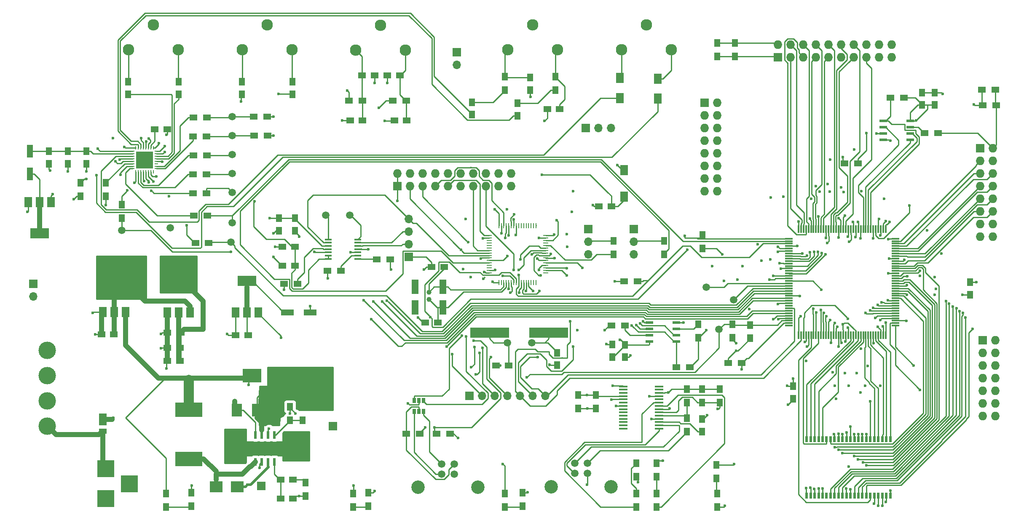
<source format=gbr>
G04 #@! TF.FileFunction,Copper,L1,Top,Signal*
%FSLAX46Y46*%
G04 Gerber Fmt 4.6, Leading zero omitted, Abs format (unit mm)*
G04 Created by KiCad (PCBNEW 4.0.7-e2-6376~58~ubuntu16.04.1) date Thu Apr  4 23:28:41 2019*
%MOMM*%
%LPD*%
G01*
G04 APERTURE LIST*
%ADD10C,0.100000*%
%ADD11R,1.750000X0.450000*%
%ADD12C,1.500000*%
%ADD13R,3.750000X2.700000*%
%ADD14R,1.727200X1.727200*%
%ADD15O,1.727200X1.727200*%
%ADD16R,1.700000X1.700000*%
%ADD17O,1.700000X1.700000*%
%ADD18R,0.250000X1.000000*%
%ADD19R,1.000000X0.250000*%
%ADD20R,1.430000X2.850000*%
%ADD21R,1.500000X1.250000*%
%ADD22C,1.000000*%
%ADD23R,1.600000X2.000000*%
%ADD24R,1.500000X1.300000*%
%ADD25C,1.520000*%
%ADD26C,2.700000*%
%ADD27R,0.650000X1.060000*%
%ADD28R,7.875000X2.000000*%
%ADD29R,1.250000X1.500000*%
%ADD30R,1.300000X1.500000*%
%ADD31R,0.500000X1.200000*%
%ADD32R,1.550000X0.600000*%
%ADD33C,2.300000*%
%ADD34R,0.300000X1.550000*%
%ADD35R,1.550000X0.300000*%
%ADD36R,2.000000X2.500000*%
%ADD37R,2.500000X2.300000*%
%ADD38R,0.600000X1.550000*%
%ADD39R,1.175000X1.175000*%
%ADD40R,5.400040X2.900680*%
%ADD41R,1.500000X2.400000*%
%ADD42R,1.500000X1.050000*%
%ADD43R,3.500000X3.500000*%
%ADD44C,3.500000*%
%ADD45R,3.800000X2.000000*%
%ADD46R,1.500000X2.000000*%
%ADD47R,2.598420X1.198880*%
%ADD48R,2.600960X1.198880*%
%ADD49R,1.450000X0.450000*%
%ADD50R,0.250000X0.700000*%
%ADD51R,0.700000X0.250000*%
%ADD52R,1.725000X1.725000*%
%ADD53R,1.198880X2.598420*%
%ADD54R,1.198880X2.600960*%
%ADD55C,0.600000*%
%ADD56C,1.200000*%
%ADD57C,0.250000*%
%ADD58C,0.500000*%
%ADD59C,1.000000*%
%ADD60C,2.000000*%
%ADD61C,0.254000*%
G04 APERTURE END LIST*
D10*
D11*
X173140000Y-126678000D03*
X173140000Y-127328000D03*
X173140000Y-127978000D03*
X173140000Y-128628000D03*
X173140000Y-129278000D03*
X173140000Y-129928000D03*
X173140000Y-130578000D03*
X173140000Y-131228000D03*
X173140000Y-131878000D03*
X173140000Y-132528000D03*
X173140000Y-133178000D03*
X173140000Y-133828000D03*
X173140000Y-134478000D03*
X173140000Y-135128000D03*
X180340000Y-135128000D03*
X180340000Y-134478000D03*
X180340000Y-133828000D03*
X180340000Y-133178000D03*
X180340000Y-132528000D03*
X180340000Y-131878000D03*
X180340000Y-131228000D03*
X180340000Y-130578000D03*
X180340000Y-129928000D03*
X180340000Y-129278000D03*
X180340000Y-128628000D03*
X180340000Y-127978000D03*
X180340000Y-127328000D03*
X180340000Y-126678000D03*
D12*
X94361000Y-97663000D03*
D13*
X98552000Y-124460000D03*
X106102000Y-124460000D03*
D14*
X204216000Y-60452000D03*
D15*
X204216000Y-57912000D03*
X206756000Y-60452000D03*
X206756000Y-57912000D03*
X209296000Y-60452000D03*
X209296000Y-57912000D03*
X211836000Y-60452000D03*
X211836000Y-57912000D03*
X214376000Y-60452000D03*
X214376000Y-57912000D03*
X216916000Y-60452000D03*
X216916000Y-57912000D03*
X219456000Y-60452000D03*
X219456000Y-57912000D03*
X221996000Y-60452000D03*
X221996000Y-57912000D03*
X224536000Y-60452000D03*
X224536000Y-57912000D03*
X227076000Y-60452000D03*
X227076000Y-57912000D03*
D14*
X189484000Y-69596000D03*
D15*
X192024000Y-69596000D03*
X189484000Y-72136000D03*
X192024000Y-72136000D03*
X189484000Y-74676000D03*
X192024000Y-74676000D03*
X189484000Y-77216000D03*
X192024000Y-77216000D03*
X189484000Y-79756000D03*
X192024000Y-79756000D03*
X189484000Y-82296000D03*
X192024000Y-82296000D03*
X189484000Y-84836000D03*
X192024000Y-84836000D03*
X189484000Y-87376000D03*
X192024000Y-87376000D03*
D16*
X166116000Y-94996000D03*
D17*
X166116000Y-97536000D03*
X166116000Y-100076000D03*
D18*
X148142000Y-105776000D03*
X148642000Y-105776000D03*
X149142000Y-105776000D03*
X149642000Y-105776000D03*
X150142000Y-105776000D03*
X150642000Y-105776000D03*
X151142000Y-105776000D03*
X151642000Y-105776000D03*
X152142000Y-105776000D03*
X152642000Y-105776000D03*
X153142000Y-105776000D03*
X153642000Y-105776000D03*
X154142000Y-105776000D03*
X154642000Y-105776000D03*
X155142000Y-105776000D03*
X155642000Y-105776000D03*
D19*
X157592000Y-103826000D03*
X157592000Y-103326000D03*
X157592000Y-102826000D03*
X157592000Y-102326000D03*
X157592000Y-101826000D03*
X157592000Y-101326000D03*
X157592000Y-100826000D03*
X157592000Y-100326000D03*
X157592000Y-99826000D03*
X157592000Y-99326000D03*
X157592000Y-98826000D03*
X157592000Y-98326000D03*
X157592000Y-97826000D03*
X157592000Y-97326000D03*
X157592000Y-96826000D03*
X157592000Y-96326000D03*
D18*
X155642000Y-94376000D03*
X155142000Y-94376000D03*
X154642000Y-94376000D03*
X154142000Y-94376000D03*
X153642000Y-94376000D03*
X153142000Y-94376000D03*
X152642000Y-94376000D03*
X152142000Y-94376000D03*
X151642000Y-94376000D03*
X151142000Y-94376000D03*
X150642000Y-94376000D03*
X150142000Y-94376000D03*
X149642000Y-94376000D03*
X149142000Y-94376000D03*
X148642000Y-94376000D03*
X148142000Y-94376000D03*
D19*
X146192000Y-96326000D03*
X146192000Y-96826000D03*
X146192000Y-97326000D03*
X146192000Y-97826000D03*
X146192000Y-98326000D03*
X146192000Y-98826000D03*
X146192000Y-99326000D03*
X146192000Y-99826000D03*
X146192000Y-100326000D03*
X146192000Y-100826000D03*
X146192000Y-101326000D03*
X146192000Y-101826000D03*
X146192000Y-102326000D03*
X146192000Y-102826000D03*
X146192000Y-103326000D03*
X146192000Y-103826000D03*
D16*
X175260000Y-94996000D03*
D17*
X175260000Y-97536000D03*
X175260000Y-100076000D03*
D20*
X136927000Y-106637000D03*
X131297000Y-106637000D03*
X131297000Y-110787000D03*
X136927000Y-110787000D03*
D21*
X135870000Y-113792000D03*
X133370000Y-113792000D03*
X137160000Y-102616000D03*
X134660000Y-102616000D03*
D16*
X130048000Y-100584000D03*
D17*
X130048000Y-98044000D03*
X130048000Y-95504000D03*
X130048000Y-92964000D03*
D22*
X134112000Y-107696000D03*
X134112000Y-109196000D03*
D23*
X173355000Y-88552000D03*
X173355000Y-83152000D03*
D21*
X170775000Y-90424000D03*
X168275000Y-90424000D03*
X150094000Y-122428000D03*
X147594000Y-122428000D03*
D14*
X127762000Y-86360000D03*
D15*
X127762000Y-83820000D03*
X130302000Y-86360000D03*
X130302000Y-83820000D03*
X132842000Y-86360000D03*
X132842000Y-83820000D03*
X135382000Y-86360000D03*
X135382000Y-83820000D03*
X137922000Y-86360000D03*
X137922000Y-83820000D03*
X140462000Y-86360000D03*
X140462000Y-83820000D03*
X143002000Y-86360000D03*
X143002000Y-83820000D03*
X145542000Y-86360000D03*
X145542000Y-83820000D03*
X148082000Y-86360000D03*
X148082000Y-83820000D03*
X150622000Y-86360000D03*
X150622000Y-83820000D03*
D24*
X129540000Y-136144000D03*
X132240000Y-136144000D03*
D25*
X136652000Y-142272000D03*
X139192000Y-142272000D03*
X139192000Y-144272000D03*
X136652000Y-144272000D03*
D26*
X131922000Y-146972000D03*
X143922000Y-146972000D03*
D24*
X135636000Y-136144000D03*
X138336000Y-136144000D03*
D27*
X133030000Y-129456000D03*
X132080000Y-129456000D03*
X131130000Y-129456000D03*
X131130000Y-131656000D03*
X133030000Y-131656000D03*
X132080000Y-131656000D03*
D28*
X146304000Y-115824000D03*
X158179000Y-115824000D03*
D29*
X159893000Y-119888000D03*
X159893000Y-122388000D03*
D16*
X142240000Y-128524000D03*
D17*
X144780000Y-128524000D03*
X147320000Y-128524000D03*
X149860000Y-128524000D03*
X152400000Y-128524000D03*
X154940000Y-128524000D03*
X157480000Y-128524000D03*
D16*
X165608000Y-74676000D03*
D17*
X168148000Y-74676000D03*
X170688000Y-74676000D03*
D30*
X152908000Y-148002000D03*
X152908000Y-150702000D03*
X175768000Y-144780000D03*
X175768000Y-142080000D03*
D12*
X149860000Y-117856000D03*
X154740000Y-117856000D03*
D14*
X245364000Y-117348000D03*
D15*
X247904000Y-117348000D03*
X245364000Y-119888000D03*
X247904000Y-119888000D03*
X245364000Y-122428000D03*
X247904000Y-122428000D03*
X245364000Y-124968000D03*
X247904000Y-124968000D03*
X245364000Y-127508000D03*
X247904000Y-127508000D03*
X245364000Y-130048000D03*
X247904000Y-130048000D03*
X245364000Y-132588000D03*
X247904000Y-132588000D03*
D31*
X209996000Y-148609002D03*
X210796000Y-148609002D03*
X211596000Y-148609002D03*
X212396000Y-148609002D03*
X213196000Y-148609002D03*
X213996000Y-148609002D03*
X214796000Y-148609002D03*
X215596000Y-148609002D03*
X216396000Y-148609002D03*
X217196000Y-148609002D03*
X217996000Y-148609002D03*
X218796000Y-148609002D03*
X220396000Y-148609002D03*
X219596000Y-148609002D03*
X221196000Y-148609002D03*
X221996000Y-148609002D03*
X222796000Y-148609002D03*
X223596000Y-148609002D03*
X224396000Y-148609002D03*
X225196000Y-148609002D03*
X225996000Y-148609002D03*
X226796000Y-148609002D03*
X226796000Y-137309002D03*
X225996000Y-137309002D03*
X225196000Y-137309002D03*
X224396000Y-137309002D03*
X223596000Y-137309002D03*
X222796000Y-137309002D03*
X221996000Y-137309002D03*
X221196000Y-137309002D03*
X219596000Y-137309002D03*
X220396000Y-137309002D03*
X218796000Y-137309002D03*
X217996000Y-137309002D03*
X217196000Y-137309002D03*
X216396000Y-137309002D03*
X215596000Y-137309002D03*
X214796000Y-137309002D03*
X213996000Y-137309002D03*
X213196000Y-137309002D03*
X212396000Y-137309002D03*
X211596000Y-137309002D03*
X210796000Y-137309002D03*
X209996000Y-137309002D03*
D29*
X170942000Y-120737000D03*
X170942000Y-118237000D03*
D30*
X167640000Y-128364000D03*
X167640000Y-131064000D03*
D24*
X170782000Y-114427000D03*
X173482000Y-114427000D03*
D29*
X173482000Y-118277000D03*
X173482000Y-120777000D03*
D30*
X164084000Y-128364000D03*
X164084000Y-131064000D03*
X179832000Y-142080000D03*
X179832000Y-144780000D03*
X179832000Y-150876000D03*
X179832000Y-148176000D03*
D25*
X163418000Y-142112000D03*
X165958000Y-142112000D03*
X165958000Y-144112000D03*
X163418000Y-144112000D03*
D26*
X158688000Y-146812000D03*
X170688000Y-146812000D03*
D30*
X149352000Y-150876000D03*
X149352000Y-148176000D03*
X175768000Y-150876000D03*
X175768000Y-148176000D03*
X198628000Y-117000000D03*
X198628000Y-114300000D03*
X188214000Y-116840000D03*
X188214000Y-114140000D03*
X195072000Y-114140000D03*
X195072000Y-116840000D03*
D32*
X183802000Y-117602000D03*
X183802000Y-116332000D03*
X183802000Y-115062000D03*
X183802000Y-113792000D03*
X178402000Y-113792000D03*
X178402000Y-115062000D03*
X178402000Y-116332000D03*
X178402000Y-117602000D03*
D30*
X185928000Y-129921000D03*
X185928000Y-127221000D03*
X188976000Y-129921000D03*
X188976000Y-127221000D03*
X192532000Y-129921000D03*
X192532000Y-127221000D03*
D24*
X186516000Y-122809000D03*
X183816000Y-122809000D03*
X194230000Y-121920000D03*
X196930000Y-121920000D03*
D29*
X207264000Y-126619000D03*
X207264000Y-129119000D03*
D30*
X191897000Y-142461000D03*
X191897000Y-145161000D03*
D29*
X188976000Y-135723000D03*
X188976000Y-133223000D03*
D30*
X192024000Y-150876000D03*
X192024000Y-148176000D03*
X185928000Y-135763000D03*
X185928000Y-133063000D03*
D29*
X151892000Y-72243000D03*
X151892000Y-69743000D03*
X142748000Y-72009000D03*
X142748000Y-69509000D03*
D30*
X159512000Y-67056000D03*
X159512000Y-64356000D03*
D16*
X139700000Y-59436000D03*
D17*
X139700000Y-61976000D03*
D29*
X154432000Y-64556000D03*
X154432000Y-67056000D03*
D33*
X154940000Y-53975000D03*
X159940000Y-58975000D03*
X149940000Y-58975000D03*
D30*
X149352000Y-67056000D03*
X149352000Y-64356000D03*
D33*
X177800000Y-53975000D03*
X182800000Y-58975000D03*
X172800000Y-58975000D03*
D21*
X160401000Y-70866000D03*
X157901000Y-70866000D03*
D23*
X172466000Y-68675000D03*
X172466000Y-64675000D03*
X180086000Y-68802000D03*
X180086000Y-64802000D03*
D12*
X195326000Y-109220000D03*
D30*
X181356000Y-97376000D03*
X181356000Y-100076000D03*
X171196000Y-97376000D03*
X171196000Y-100076000D03*
D24*
X118030000Y-69215000D03*
X120730000Y-69215000D03*
D21*
X128250000Y-64135000D03*
X125750000Y-64135000D03*
X120670000Y-64135000D03*
X123170000Y-64135000D03*
X118257000Y-73152000D03*
X120757000Y-73152000D03*
X127167000Y-73152000D03*
X129667000Y-73152000D03*
D33*
X124380000Y-54055000D03*
X129380000Y-59055000D03*
X119380000Y-59055000D03*
D24*
X126840000Y-69215000D03*
X129540000Y-69215000D03*
D12*
X192405000Y-115189000D03*
X189865000Y-106680000D03*
D24*
X173355000Y-105537000D03*
X176055000Y-105537000D03*
D30*
X189103000Y-98933000D03*
X189103000Y-96233000D03*
D24*
X217598000Y-81788000D03*
X220298000Y-81788000D03*
D30*
X195580000Y-57578000D03*
X195580000Y-60278000D03*
X192024000Y-57578000D03*
X192024000Y-60278000D03*
D24*
X226822000Y-68580000D03*
X229522000Y-68580000D03*
D32*
X225392000Y-73279000D03*
X225392000Y-74549000D03*
X225392000Y-75819000D03*
X225392000Y-77089000D03*
X230792000Y-77089000D03*
X230792000Y-75819000D03*
X230792000Y-74549000D03*
X230792000Y-73279000D03*
D29*
X242824000Y-108204000D03*
X242824000Y-105704000D03*
D14*
X244856000Y-78740000D03*
D15*
X247396000Y-78740000D03*
X244856000Y-81280000D03*
X247396000Y-81280000D03*
X244856000Y-83820000D03*
X247396000Y-83820000D03*
X244856000Y-86360000D03*
X247396000Y-86360000D03*
X244856000Y-88900000D03*
X247396000Y-88900000D03*
X244856000Y-91440000D03*
X247396000Y-91440000D03*
X244856000Y-93980000D03*
X247396000Y-93980000D03*
X244856000Y-96520000D03*
X247396000Y-96520000D03*
D34*
X225876000Y-94996000D03*
X225376000Y-94996000D03*
X224876000Y-94996000D03*
X224376000Y-94996000D03*
X223876000Y-94996000D03*
X223376000Y-94996000D03*
X222876000Y-94996000D03*
X222376000Y-94996000D03*
X221876000Y-94996000D03*
X221376000Y-94996000D03*
X220876000Y-94996000D03*
X220376000Y-94996000D03*
X219876000Y-94996000D03*
X219376000Y-94996000D03*
X218876000Y-94996000D03*
X218376000Y-94996000D03*
X217876000Y-94996000D03*
X217376000Y-94996000D03*
X216876000Y-94996000D03*
X216376000Y-94996000D03*
X215876000Y-94996000D03*
X215376000Y-94996000D03*
X214876000Y-94996000D03*
X214376000Y-94996000D03*
X213876000Y-94996000D03*
X213376000Y-94996000D03*
X212876000Y-94996000D03*
X212376000Y-94996000D03*
X211876000Y-94996000D03*
X211376000Y-94996000D03*
X210876000Y-94996000D03*
X210376000Y-94996000D03*
X209876000Y-94996000D03*
X209376000Y-94996000D03*
X208876000Y-94996000D03*
X208376000Y-94996000D03*
D35*
X206426000Y-96946000D03*
X206426000Y-97446000D03*
X206426000Y-97946000D03*
X206426000Y-98446000D03*
X206426000Y-98946000D03*
X206426000Y-99446000D03*
X206426000Y-99946000D03*
X206426000Y-100446000D03*
X206426000Y-100946000D03*
X206426000Y-101446000D03*
X206426000Y-101946000D03*
X206426000Y-102446000D03*
X206426000Y-102946000D03*
X206426000Y-103446000D03*
X206426000Y-103946000D03*
X206426000Y-104446000D03*
X206426000Y-104946000D03*
X206426000Y-105446000D03*
X206426000Y-105946000D03*
X206426000Y-106446000D03*
X206426000Y-106946000D03*
X206426000Y-107446000D03*
X206426000Y-107946000D03*
X206426000Y-108446000D03*
X206426000Y-108946000D03*
X206426000Y-109446000D03*
X206426000Y-109946000D03*
X206426000Y-110446000D03*
X206426000Y-110946000D03*
X206426000Y-111446000D03*
X206426000Y-111946000D03*
X206426000Y-112446000D03*
X206426000Y-112946000D03*
X206426000Y-113446000D03*
X206426000Y-113946000D03*
X206426000Y-114446000D03*
D34*
X208376000Y-116396000D03*
X208876000Y-116396000D03*
X209376000Y-116396000D03*
X209876000Y-116396000D03*
X210376000Y-116396000D03*
X210876000Y-116396000D03*
X211376000Y-116396000D03*
X211876000Y-116396000D03*
X212376000Y-116396000D03*
X212876000Y-116396000D03*
X213376000Y-116396000D03*
X213876000Y-116396000D03*
X214376000Y-116396000D03*
X214876000Y-116396000D03*
X215376000Y-116396000D03*
X215876000Y-116396000D03*
X216376000Y-116396000D03*
X216876000Y-116396000D03*
X217376000Y-116396000D03*
X217876000Y-116396000D03*
X218376000Y-116396000D03*
X218876000Y-116396000D03*
X219376000Y-116396000D03*
X219876000Y-116396000D03*
X220376000Y-116396000D03*
X220876000Y-116396000D03*
X221376000Y-116396000D03*
X221876000Y-116396000D03*
X222376000Y-116396000D03*
X222876000Y-116396000D03*
X223376000Y-116396000D03*
X223876000Y-116396000D03*
X224376000Y-116396000D03*
X224876000Y-116396000D03*
X225376000Y-116396000D03*
X225876000Y-116396000D03*
D35*
X227826000Y-114446000D03*
X227826000Y-113946000D03*
X227826000Y-113446000D03*
X227826000Y-112946000D03*
X227826000Y-112446000D03*
X227826000Y-111946000D03*
X227826000Y-111446000D03*
X227826000Y-110946000D03*
X227826000Y-110446000D03*
X227826000Y-109946000D03*
X227826000Y-109446000D03*
X227826000Y-108946000D03*
X227826000Y-108446000D03*
X227826000Y-107946000D03*
X227826000Y-107446000D03*
X227826000Y-106946000D03*
X227826000Y-106446000D03*
X227826000Y-105946000D03*
X227826000Y-105446000D03*
X227826000Y-104946000D03*
X227826000Y-104446000D03*
X227826000Y-103946000D03*
X227826000Y-103446000D03*
X227826000Y-102946000D03*
X227826000Y-102446000D03*
X227826000Y-101946000D03*
X227826000Y-101446000D03*
X227826000Y-100946000D03*
X227826000Y-100446000D03*
X227826000Y-99946000D03*
X227826000Y-99446000D03*
X227826000Y-98946000D03*
X227826000Y-98446000D03*
X227826000Y-97946000D03*
X227826000Y-97446000D03*
X227826000Y-96946000D03*
D24*
X247880998Y-66973001D03*
X245180998Y-66973001D03*
D29*
X233172000Y-70064000D03*
X233172000Y-67564000D03*
X235712000Y-70064000D03*
X235712000Y-67564000D03*
D24*
X248064000Y-70104000D03*
X245364000Y-70104000D03*
X236380000Y-75692000D03*
X233680000Y-75692000D03*
D21*
X104287000Y-145415000D03*
X106787000Y-145415000D03*
D36*
X95536000Y-131445000D03*
X99536000Y-131445000D03*
D30*
X108712000Y-133430000D03*
X108712000Y-130730000D03*
D37*
X91322000Y-146812000D03*
X95622000Y-146812000D03*
D16*
X100457000Y-146685000D03*
X114808000Y-134620000D03*
D30*
X106172000Y-130730000D03*
X106172000Y-133430000D03*
D38*
X99234500Y-141812500D03*
X100504500Y-141812500D03*
X101774500Y-141812500D03*
X103044500Y-141812500D03*
X103044500Y-136412500D03*
X101774500Y-136412500D03*
X100504500Y-136412500D03*
X99234500Y-136412500D03*
D39*
X101727000Y-138525000D03*
X100552000Y-138525000D03*
X101727000Y-139700000D03*
X100552000Y-139700000D03*
D30*
X86360000Y-150702000D03*
X86360000Y-148002000D03*
X81280000Y-150876000D03*
X81280000Y-148176000D03*
D40*
X85852000Y-141224000D03*
X85852000Y-131323080D03*
D41*
X68580000Y-133261000D03*
D42*
X68580000Y-135636000D03*
D43*
X69215000Y-143225000D03*
X69215000Y-149225000D03*
X73915000Y-146225000D03*
D44*
X57404000Y-134620000D03*
X57404000Y-129540000D03*
X57404000Y-124460000D03*
X57404000Y-119380000D03*
D21*
X104287000Y-149225000D03*
X106787000Y-149225000D03*
D30*
X121920000Y-148002000D03*
X121920000Y-150702000D03*
X118872000Y-150876000D03*
X118872000Y-148176000D03*
X109347000Y-145970000D03*
X109347000Y-148670000D03*
D21*
X84054000Y-121539000D03*
X81554000Y-121539000D03*
D24*
X84234000Y-115824000D03*
X81534000Y-115824000D03*
D21*
X84054000Y-118872000D03*
X81554000Y-118872000D03*
X70826000Y-116205000D03*
X68326000Y-116205000D03*
D45*
X83804240Y-105460000D03*
D46*
X83804240Y-111760000D03*
X86104240Y-111760000D03*
X81504240Y-111760000D03*
D45*
X55880000Y-95885000D03*
D46*
X55880000Y-89585000D03*
X53580000Y-89585000D03*
X58180000Y-89585000D03*
D16*
X54610000Y-106045000D03*
D17*
X54610000Y-108585000D03*
D45*
X70866000Y-105435000D03*
D46*
X70866000Y-111735000D03*
X73166000Y-111735000D03*
X68566000Y-111735000D03*
D21*
X97770000Y-116332000D03*
X95270000Y-116332000D03*
D47*
X110236000Y-111760000D03*
D48*
X105633520Y-111760000D03*
D24*
X107729000Y-106045000D03*
X105029000Y-106045000D03*
D45*
X97536000Y-105460000D03*
D46*
X97536000Y-111760000D03*
X99836000Y-111760000D03*
X95236000Y-111760000D03*
D49*
X113890000Y-97110000D03*
X113890000Y-97760000D03*
X113890000Y-98410000D03*
X113890000Y-99060000D03*
X113890000Y-99710000D03*
X113890000Y-100360000D03*
X113890000Y-101010000D03*
X119790000Y-101010000D03*
X119790000Y-100360000D03*
X119790000Y-99710000D03*
X119790000Y-99060000D03*
X119790000Y-98410000D03*
X119790000Y-97760000D03*
X119790000Y-97110000D03*
D29*
X107188000Y-92857000D03*
X107188000Y-95357000D03*
X104013000Y-92857000D03*
X104013000Y-95357000D03*
D21*
X107168000Y-98552000D03*
X104668000Y-98552000D03*
X107168000Y-102362000D03*
X104668000Y-102362000D03*
D12*
X113357000Y-92202000D03*
X118237000Y-92202000D03*
D24*
X89417639Y-87796615D03*
X86717639Y-87796615D03*
X89417639Y-83986615D03*
X86717639Y-83986615D03*
X89497639Y-80176615D03*
X86797639Y-80176615D03*
D12*
X94615000Y-83820000D03*
X94615000Y-80010000D03*
D21*
X79014000Y-74930000D03*
X81514000Y-74930000D03*
D29*
X65278000Y-79375000D03*
X65278000Y-81875000D03*
D50*
X75225000Y-83525000D03*
X75725000Y-83525000D03*
X76225000Y-83525000D03*
X76725000Y-83525000D03*
X77225000Y-83525000D03*
X77725000Y-83525000D03*
X78225000Y-83525000D03*
X78725000Y-83525000D03*
D51*
X79375000Y-82875000D03*
X79375000Y-82375000D03*
X79375000Y-81875000D03*
X79375000Y-81375000D03*
X79375000Y-80875000D03*
X79375000Y-80375000D03*
X79375000Y-79875000D03*
X79375000Y-79375000D03*
D50*
X78725000Y-78725000D03*
X78225000Y-78725000D03*
X77725000Y-78725000D03*
X77225000Y-78725000D03*
X76725000Y-78725000D03*
X76225000Y-78725000D03*
X75725000Y-78725000D03*
X75225000Y-78725000D03*
D51*
X74575000Y-79375000D03*
X74575000Y-79875000D03*
X74575000Y-80375000D03*
X74575000Y-80875000D03*
X74575000Y-81375000D03*
X74575000Y-81875000D03*
X74575000Y-82375000D03*
X74575000Y-82875000D03*
D52*
X77837500Y-80262500D03*
X76112500Y-80262500D03*
X77837500Y-81987500D03*
X76112500Y-81987500D03*
D12*
X82169000Y-94742000D03*
D24*
X89497639Y-72556615D03*
X86797639Y-72556615D03*
X89417639Y-76366615D03*
X86717639Y-76366615D03*
D12*
X94615000Y-72390000D03*
X94615000Y-76200000D03*
D30*
X69215000Y-88425000D03*
X69215000Y-85725000D03*
X72390000Y-92790000D03*
X72390000Y-90090000D03*
D12*
X72390000Y-95250000D03*
D29*
X57785000Y-79395000D03*
X57785000Y-81895000D03*
D30*
X64135000Y-88425000D03*
X64135000Y-85725000D03*
D53*
X53975000Y-79375000D03*
D54*
X53975000Y-83977480D03*
D29*
X61595000Y-79395000D03*
X61595000Y-81895000D03*
D33*
X78740000Y-53975000D03*
X83740000Y-58975000D03*
X73740000Y-58975000D03*
D29*
X83820000Y-67925000D03*
X83820000Y-65425000D03*
X106680000Y-67925000D03*
X106680000Y-65425000D03*
X73660000Y-67925000D03*
X73660000Y-65425000D03*
X96520000Y-67925000D03*
X96520000Y-65425000D03*
D33*
X101600000Y-53975000D03*
X106600000Y-58975000D03*
X96600000Y-58975000D03*
D12*
X94615000Y-87630000D03*
D24*
X89878639Y-97829615D03*
X87178639Y-97829615D03*
D12*
X94615000Y-93726000D03*
D24*
X89568000Y-92329000D03*
X86868000Y-92329000D03*
X113712000Y-103378000D03*
X116412000Y-103378000D03*
X126318000Y-101092000D03*
X123618000Y-101092000D03*
X101600000Y-72390000D03*
X98900000Y-72390000D03*
X101680000Y-76200000D03*
X98980000Y-76200000D03*
D55*
X76112500Y-81987500D03*
X77837500Y-81987500D03*
X77837500Y-80262500D03*
X76112500Y-80262500D03*
X140948771Y-103096502D03*
X102108000Y-92837000D03*
X110236000Y-110490000D03*
X223774000Y-112903000D03*
X225933000Y-113792002D03*
X66548000Y-111887000D03*
X102870000Y-100584000D03*
X206248000Y-130302000D03*
X178816000Y-133223000D03*
X182499000Y-131064000D03*
X178435000Y-128651000D03*
X214757000Y-81026000D03*
X219583000Y-78994000D03*
X80264000Y-116078000D03*
X80264000Y-118999000D03*
X195834000Y-117983000D03*
X81407000Y-123063000D03*
X104013000Y-129540000D03*
X111760000Y-129540000D03*
X110490000Y-129540000D03*
X105410000Y-128270000D03*
X107950000Y-128270000D03*
X107950000Y-127000000D03*
X111760000Y-127000000D03*
X110490000Y-127000000D03*
X109220000Y-127000000D03*
X109220000Y-128270000D03*
X110490000Y-128270000D03*
X111760000Y-128270000D03*
X113157000Y-128270000D03*
X114046000Y-129540000D03*
X114046000Y-128270000D03*
X113988010Y-126422990D03*
X58547000Y-88011000D03*
X62738000Y-89027000D03*
X153924000Y-147955000D03*
X167021000Y-90170000D03*
X171958000Y-82169000D03*
X123190000Y-147701000D03*
X129921000Y-130048000D03*
X139954000Y-137033000D03*
X171704000Y-130556000D03*
X165989000Y-131064000D03*
X165862000Y-146431000D03*
X189992000Y-132461000D03*
X182245000Y-127889000D03*
X162814000Y-91567000D03*
X163068000Y-87376000D03*
X142494000Y-104648000D03*
X147447000Y-103251000D03*
X97663000Y-146399000D03*
X101854000Y-142875000D03*
X108077000Y-148670000D03*
X86487000Y-146558000D03*
X141478000Y-92964000D03*
X153616330Y-107451999D03*
X148393989Y-122428000D03*
X158333000Y-122301000D03*
X148717000Y-95885000D03*
X156210000Y-96774000D03*
X161925000Y-98552000D03*
X149820000Y-91059000D03*
X161798000Y-104325999D03*
X185293000Y-113792000D03*
X174625000Y-120396000D03*
X169799000Y-118110000D03*
X193548000Y-150689979D03*
X218821000Y-147320000D03*
X210058000Y-118618000D03*
X217297000Y-114173000D03*
X217419417Y-87540999D03*
X214249000Y-85979000D03*
X133096000Y-103124000D03*
X131953000Y-112776000D03*
X93599000Y-116078000D03*
X103251000Y-98552000D03*
X102870000Y-95885000D03*
X118364000Y-99695000D03*
X108049559Y-96547441D03*
X111058942Y-99634058D03*
X57971564Y-83252436D03*
X154559000Y-68453000D03*
X157353000Y-73279000D03*
X72009000Y-81026000D03*
X70612000Y-76708000D03*
X81407000Y-76073000D03*
X79883000Y-77724000D03*
X123190000Y-65658996D03*
X125730000Y-65659000D03*
X80518000Y-81500010D03*
X65278000Y-83439000D03*
X61595000Y-83439000D03*
X81915000Y-88421615D03*
X79375000Y-84455000D03*
X219837000Y-96647000D03*
X226822000Y-77216000D03*
X237363000Y-67818000D03*
X243586000Y-69977000D03*
X203327000Y-113157000D03*
X208788000Y-112522000D03*
X226441000Y-103886000D03*
X226568000Y-100965000D03*
X226441000Y-97028000D03*
X224790000Y-96266000D03*
X212979000Y-107188000D03*
X204597000Y-101854000D03*
X204851000Y-102997000D03*
X213868000Y-96774000D03*
X218059000Y-135890000D03*
X209921010Y-121539000D03*
X218431859Y-142781857D03*
X220853000Y-127889000D03*
X198464575Y-111156324D03*
X193421000Y-105410000D03*
X244094000Y-105664000D03*
X215900000Y-129159000D03*
X67056000Y-116205000D03*
X205359000Y-88519000D03*
X202819000Y-88646000D03*
X212598000Y-87503000D03*
X214630000Y-87503000D03*
X237109000Y-99949000D03*
X220091000Y-123952000D03*
X217678000Y-123952000D03*
X191008000Y-102489000D03*
X197104000Y-102489000D03*
X210947000Y-88900000D03*
X215265000Y-123824996D03*
X222250000Y-122555000D03*
X234188000Y-95250000D03*
X235712000Y-104648000D03*
X235712000Y-108204000D03*
X225552000Y-88900000D03*
X200192000Y-98084000D03*
X148971000Y-104394000D03*
X156845000Y-84074000D03*
X151130000Y-103235010D03*
X155067000Y-107442000D03*
X150114000Y-107061000D03*
X102870000Y-76200000D03*
X102870000Y-72390000D03*
X99060705Y-89403590D03*
X196088000Y-105156000D03*
X208661000Y-108458000D03*
X217292493Y-80518000D03*
X171450000Y-105537000D03*
X232791000Y-104394000D03*
X232029000Y-73152000D03*
X193040006Y-100076000D03*
X181102000Y-141605000D03*
X176149000Y-145923000D03*
X146878051Y-105603051D03*
X165862000Y-128364000D03*
X161798000Y-102869990D03*
X145229918Y-103642000D03*
X145034000Y-105029000D03*
X127762000Y-89348999D03*
X195800261Y-119507000D03*
X159258000Y-96139000D03*
X161798000Y-96012000D03*
X70485000Y-100965000D03*
X74422000Y-104902000D03*
X147320000Y-91059000D03*
X172482000Y-117277000D03*
X189865000Y-115316000D03*
X169418000Y-115316000D03*
X163957000Y-115316000D03*
X217678000Y-92329000D03*
X216916000Y-86614000D03*
X105029000Y-107188000D03*
X104394000Y-116840000D03*
X69215000Y-90170000D03*
X78740000Y-85471000D03*
X204343000Y-113157000D03*
X232790990Y-103378011D03*
X229616000Y-101219000D03*
X209679551Y-117731551D03*
X235975990Y-107061009D03*
X230124000Y-106289010D03*
X223452021Y-117983000D03*
X210643978Y-92938487D03*
X204216000Y-110071010D03*
X217932000Y-147193000D03*
X202565000Y-105156000D03*
X221742000Y-126545011D03*
X218440000Y-126545011D03*
X215646000Y-126545011D03*
X217001000Y-117856000D03*
X224790000Y-126545011D03*
X218821000Y-134747000D03*
X206121000Y-126545011D03*
X72009000Y-102489000D03*
X208407000Y-93472000D03*
X216376000Y-96742000D03*
X207264000Y-125095000D03*
X214884000Y-117856000D03*
X241300000Y-108204000D03*
X230124000Y-108204010D03*
X220980000Y-87376000D03*
X224536000Y-92964000D03*
X202692000Y-101092000D03*
X204216000Y-99568000D03*
X150495000Y-107823000D03*
X159766000Y-93217996D03*
X95123000Y-129667000D03*
X70739000Y-132969000D03*
X192151000Y-131191000D03*
X107315000Y-132080000D03*
X97917000Y-126365000D03*
X106172000Y-132080000D03*
X94996000Y-124968000D03*
X53467000Y-91567000D03*
X126492000Y-103124000D03*
X216451021Y-92837000D03*
X220914647Y-119060647D03*
X230251000Y-104521000D03*
X212344000Y-92455994D03*
X86360000Y-101863999D03*
X84963000Y-101863999D03*
X83693000Y-102362000D03*
X200914000Y-101346000D03*
X216408000Y-118618000D03*
X203276999Y-104470999D03*
X211836000Y-86360000D03*
X81026000Y-79502000D03*
X103886000Y-67818000D03*
X67564000Y-78867000D03*
X67292009Y-84201000D03*
X81025994Y-78359000D03*
X96393000Y-69342000D03*
X76327000Y-76708000D03*
X116713000Y-73152000D03*
X77326667Y-77444781D03*
X125222000Y-73279000D03*
X72898000Y-78486000D03*
X71120000Y-81407000D03*
X152273000Y-107823000D03*
X153797000Y-124841000D03*
X146558000Y-120777000D03*
X100076000Y-143002000D03*
X101981000Y-135128000D03*
X138811000Y-120142000D03*
X134409345Y-112688655D03*
X185547000Y-96393002D03*
X186055000Y-99187000D03*
X152146000Y-104267000D03*
X144907000Y-118872000D03*
X156317012Y-107442000D03*
X162441501Y-113546501D03*
X163068000Y-118618000D03*
X156591000Y-104325999D03*
X158623000Y-100045000D03*
X196977000Y-123190000D03*
X154813004Y-100076000D03*
X155956000Y-120786990D03*
X122936000Y-109591001D03*
X125669051Y-109407949D03*
X72136000Y-84074008D03*
X65278000Y-84963000D03*
X137671129Y-118632416D03*
X122555000Y-113175870D03*
X121031000Y-109347000D03*
X124714000Y-109591000D03*
X225298000Y-114554000D03*
X231521000Y-122428000D03*
X224282000Y-114681006D03*
X232791000Y-127381000D03*
X144526000Y-100965000D03*
X149860000Y-100457000D03*
X140538108Y-99196990D03*
X141986000Y-97663000D03*
X144980250Y-96902771D03*
X113792000Y-104902000D03*
X94361000Y-99568000D03*
X226641169Y-93614268D03*
X151257000Y-92075000D03*
X151130000Y-93091000D03*
X225858036Y-93450851D03*
X204216000Y-98552000D03*
X209169000Y-99949000D03*
X210058000Y-100330000D03*
X210693000Y-99695000D03*
X211482117Y-99563481D03*
X212282104Y-99568400D03*
X213033877Y-99841969D03*
X213793364Y-100093330D03*
X214122000Y-97790000D03*
X218313000Y-96520000D03*
X218567000Y-97536000D03*
X219329000Y-93589000D03*
X220345000Y-93599000D03*
X220853000Y-96901000D03*
X143256000Y-118745000D03*
X118999000Y-146558000D03*
X142621000Y-122809000D03*
X152527000Y-101092000D03*
X148971000Y-142240000D03*
X143510000Y-124206000D03*
X144272000Y-119888000D03*
X152146000Y-103251000D03*
X156226163Y-103233199D03*
X174879000Y-114427000D03*
X143129000Y-117475000D03*
X151577058Y-96199942D03*
X135255000Y-134874000D03*
X133350000Y-134874000D03*
X208151321Y-98426679D03*
X195453000Y-142239996D03*
X224028000Y-75819000D03*
X221996000Y-75692000D03*
X77841594Y-76832515D03*
X117729000Y-67192999D03*
X124079000Y-70612000D03*
X77851000Y-85598000D03*
X85471000Y-94234000D03*
X76871948Y-85375846D03*
X78321894Y-87298023D03*
X73532994Y-87249000D03*
X74930000Y-85725000D03*
X175768000Y-114300000D03*
X164972295Y-102863999D03*
X155874283Y-100943011D03*
X176525741Y-114014397D03*
X177172881Y-113544065D03*
X159385000Y-100838000D03*
X150114000Y-96266000D03*
X141605000Y-116586000D03*
X140722215Y-116465215D03*
X149479000Y-96774000D03*
X97536000Y-139700000D03*
X97536000Y-138525000D03*
X95504000Y-138684000D03*
X94488000Y-138684000D03*
X93472000Y-138684000D03*
X105664000Y-141224000D03*
X106680000Y-141224000D03*
X107696000Y-141224000D03*
X108712000Y-141224000D03*
X109728000Y-141224000D03*
X109728000Y-139700000D03*
X108712000Y-139700000D03*
X107696000Y-139700000D03*
X106680000Y-139700000D03*
X105664000Y-139700000D03*
X105664000Y-138176000D03*
X106680000Y-138176000D03*
X107696000Y-138176000D03*
X108712000Y-138176000D03*
X109728000Y-138176000D03*
X109728000Y-136652000D03*
X108712000Y-136652000D03*
X107696000Y-136652000D03*
X106680000Y-136652000D03*
X105664000Y-136652000D03*
X93472000Y-141224000D03*
X94488000Y-141224000D03*
X95504000Y-141224000D03*
X96520000Y-141224000D03*
X96520000Y-139700000D03*
X95504000Y-139700000D03*
X94488000Y-139700000D03*
X93472000Y-139700000D03*
X96520000Y-137668000D03*
X95504000Y-137668000D03*
X94488000Y-137668000D03*
X93472000Y-137668000D03*
X96520000Y-136144000D03*
X95504000Y-136144000D03*
X94488000Y-136144000D03*
X93472000Y-136144000D03*
D56*
X100552000Y-139700000D03*
X101727000Y-138525000D03*
D55*
X230632000Y-90296998D03*
X170815000Y-129286000D03*
X171069000Y-126492000D03*
X223393000Y-96901000D03*
X218313000Y-113029986D03*
X222758000Y-129667000D03*
X224406041Y-150689979D03*
X211328000Y-110998000D03*
X223520000Y-150239968D03*
X211930974Y-111797503D03*
X212852000Y-111252000D03*
X226822000Y-147574000D03*
X225933000Y-149860000D03*
X213487000Y-111887000D03*
X225206048Y-150687291D03*
X213995000Y-112522000D03*
X214757000Y-113284000D03*
X213233000Y-147193006D03*
X215646000Y-113919000D03*
X212433001Y-147188417D03*
X216154000Y-114681000D03*
X211546513Y-147256493D03*
X210772625Y-147053721D03*
X217800559Y-117597559D03*
X209931000Y-147066000D03*
X218313000Y-114808000D03*
X230068001Y-113528000D03*
X243305768Y-115105446D03*
X224790000Y-113284000D03*
X241935000Y-112776000D03*
X221869000Y-111887000D03*
X241409961Y-111873286D03*
X240688200Y-111528228D03*
X222752998Y-111351001D03*
X223393000Y-110870979D03*
X240110543Y-110974771D03*
X224282000Y-110245990D03*
X239395000Y-110617000D03*
X225044000Y-109728000D03*
X238633000Y-109982000D03*
X226314000Y-109345968D03*
X237998000Y-109474000D03*
X215519000Y-136271000D03*
X215646000Y-138859003D03*
X216408000Y-136144000D03*
X216408000Y-139436000D03*
X217192466Y-136300893D03*
X217189999Y-140061001D03*
X219583000Y-136271000D03*
X219583000Y-140686001D03*
X220383003Y-136271000D03*
X220345000Y-141311001D03*
X221183006Y-136271000D03*
X221286764Y-141936001D03*
X221996000Y-142560990D03*
X221996000Y-136271000D03*
X121920000Y-99060000D03*
D57*
X102108000Y-92837000D02*
X103993000Y-92837000D01*
X103993000Y-92837000D02*
X104013000Y-92857000D01*
X110236000Y-110910560D02*
X110236000Y-110490000D01*
X110236000Y-111760000D02*
X110236000Y-110910560D01*
X104013000Y-92857000D02*
X104888000Y-92857000D01*
X104888000Y-92857000D02*
X107188000Y-92857000D01*
X113890000Y-98410000D02*
X112616000Y-98410000D01*
X112616000Y-98410000D02*
X107188000Y-92982000D01*
X107188000Y-92982000D02*
X107188000Y-92857000D01*
X159893000Y-122388000D02*
X158420000Y-122388000D01*
X158420000Y-122388000D02*
X158333000Y-122301000D01*
X195580000Y-60278000D02*
X204042000Y-60278000D01*
X204042000Y-60278000D02*
X204216000Y-60452000D01*
X192024000Y-60278000D02*
X192924000Y-60278000D01*
X192924000Y-60278000D02*
X195580000Y-60278000D01*
X224073999Y-112603001D02*
X223774000Y-112903000D01*
X224231000Y-112446000D02*
X224073999Y-112603001D01*
X227826000Y-112446000D02*
X224231000Y-112446000D01*
X225933000Y-115314000D02*
X225933000Y-113792002D01*
X225876000Y-116396000D02*
X225876000Y-115371000D01*
X225876000Y-115371000D02*
X225933000Y-115314000D01*
X68566000Y-111735000D02*
X66700000Y-111735000D01*
X66700000Y-111735000D02*
X66548000Y-111887000D01*
X102870000Y-100689000D02*
X102870000Y-100584000D01*
X104543000Y-102362000D02*
X102870000Y-100689000D01*
X104668000Y-102362000D02*
X104543000Y-102362000D01*
X207264000Y-129119000D02*
X207264000Y-129286000D01*
X207264000Y-129286000D02*
X206248000Y-130302000D01*
X173140000Y-130578000D02*
X171726000Y-130578000D01*
X171726000Y-130578000D02*
X171704000Y-130556000D01*
X178816000Y-133223000D02*
X180295000Y-133223000D01*
X180295000Y-133223000D02*
X180340000Y-133178000D01*
X180340000Y-131228000D02*
X182335000Y-131228000D01*
X182335000Y-131228000D02*
X182499000Y-131064000D01*
X178435000Y-128651000D02*
X180317000Y-128651000D01*
X180317000Y-128651000D02*
X180340000Y-128628000D01*
D58*
X97663000Y-146399000D02*
X98330000Y-146399000D01*
X98330000Y-146399000D02*
X101774500Y-142954500D01*
X101774500Y-142954500D02*
X101774500Y-142287500D01*
D57*
X81534000Y-115824000D02*
X80518000Y-115824000D01*
X80518000Y-115824000D02*
X80264000Y-116078000D01*
X81554000Y-118872000D02*
X80391000Y-118872000D01*
X80391000Y-118872000D02*
X80264000Y-118999000D01*
X219876000Y-115478814D02*
X219456000Y-115058814D01*
X219456000Y-115058814D02*
X219183524Y-114786338D01*
X217297000Y-114173000D02*
X217596999Y-113873001D01*
X217596999Y-113873001D02*
X218270187Y-113873001D01*
X218270187Y-113873001D02*
X219456000Y-115058814D01*
X195072000Y-116840000D02*
X195072000Y-117221000D01*
X195072000Y-117221000D02*
X195834000Y-117983000D01*
X81407000Y-123063000D02*
X81407000Y-121686000D01*
X81407000Y-121686000D02*
X81554000Y-121539000D01*
X206426000Y-105446000D02*
X211237000Y-105446000D01*
X211237000Y-105446000D02*
X212979000Y-107188000D01*
X104013000Y-129540000D02*
X104013000Y-128270000D01*
X104013000Y-131445000D02*
X104013000Y-129540000D01*
X105410000Y-128270000D02*
X107950000Y-128270000D01*
X104013000Y-128270000D02*
X105410000Y-128270000D01*
X111760000Y-127127000D02*
X111760000Y-127000000D01*
X114046000Y-129540000D02*
X114046000Y-130429000D01*
X114046000Y-128270000D02*
X114046000Y-129540000D01*
X114046000Y-126480980D02*
X114046000Y-128270000D01*
X111760000Y-128270000D02*
X111760000Y-127127000D01*
X110490000Y-128270000D02*
X110490000Y-127000000D01*
X109220000Y-128270000D02*
X110490000Y-128270000D01*
X107950000Y-128270000D02*
X109220000Y-128270000D01*
X109220000Y-128270000D02*
X109220000Y-127000000D01*
X107950000Y-128270000D02*
X107950000Y-127000000D01*
X110490000Y-128270000D02*
X111760000Y-128270000D01*
X110490000Y-128270000D02*
X110490000Y-129540000D01*
X111760000Y-129286000D02*
X111760000Y-129540000D01*
X111760000Y-128270000D02*
X113157000Y-128270000D01*
X111760000Y-128270000D02*
X111760000Y-129286000D01*
X99536000Y-131445000D02*
X104013000Y-131445000D01*
X114046000Y-130429000D02*
X113745000Y-130730000D01*
X113745000Y-130730000D02*
X108712000Y-130730000D01*
X113988010Y-126422990D02*
X114046000Y-126480980D01*
X106464990Y-126422990D02*
X113988010Y-126422990D01*
X106102000Y-124460000D02*
X106102000Y-126060000D01*
X106102000Y-126060000D02*
X106464990Y-126422990D01*
X99536000Y-131445000D02*
X99536000Y-128901000D01*
X99536000Y-128901000D02*
X103977000Y-124460000D01*
X103977000Y-124460000D02*
X106102000Y-124460000D01*
X58180000Y-89585000D02*
X58180000Y-88378000D01*
X58180000Y-88378000D02*
X58547000Y-88011000D01*
X64135000Y-88425000D02*
X63340000Y-88425000D01*
X63340000Y-88425000D02*
X62738000Y-89027000D01*
X152908000Y-148002000D02*
X153877000Y-148002000D01*
X153877000Y-148002000D02*
X153924000Y-147955000D01*
X168275000Y-90424000D02*
X167275000Y-90424000D01*
X167275000Y-90424000D02*
X167021000Y-90170000D01*
X121920000Y-148002000D02*
X122889000Y-148002000D01*
X122889000Y-148002000D02*
X123190000Y-147701000D01*
X132080000Y-129456000D02*
X132080000Y-130236000D01*
X132080000Y-130236000D02*
X132004999Y-130311001D01*
X132004999Y-130311001D02*
X130184001Y-130311001D01*
X130184001Y-130311001D02*
X129921000Y-130048000D01*
X138336000Y-136144000D02*
X139065000Y-136144000D01*
X139065000Y-136144000D02*
X139954000Y-137033000D01*
X173355000Y-83152000D02*
X172941000Y-83152000D01*
X172941000Y-83152000D02*
X171958000Y-82169000D01*
X166116000Y-131064000D02*
X167640000Y-131064000D01*
X164984000Y-131064000D02*
X166116000Y-131064000D01*
X166116000Y-131064000D02*
X165989000Y-131064000D01*
X164084000Y-131064000D02*
X164984000Y-131064000D01*
X165958000Y-144112000D02*
X165958000Y-146335000D01*
X165958000Y-146335000D02*
X165862000Y-146431000D01*
X188976000Y-133223000D02*
X189230000Y-133223000D01*
X189230000Y-133223000D02*
X189992000Y-132461000D01*
X185928000Y-127221000D02*
X182913000Y-127221000D01*
X182913000Y-127221000D02*
X182245000Y-127889000D01*
X188976000Y-127221000D02*
X192532000Y-127221000D01*
X185928000Y-127221000D02*
X188976000Y-127221000D01*
X181554000Y-127889000D02*
X182245000Y-127889000D01*
X180340000Y-127978000D02*
X181465000Y-127978000D01*
X181465000Y-127978000D02*
X181554000Y-127889000D01*
X146813591Y-103326000D02*
X147372000Y-103326000D01*
X147372000Y-103326000D02*
X147447000Y-103251000D01*
X146192000Y-103326000D02*
X146813591Y-103326000D01*
X146813591Y-103326000D02*
X146830601Y-103308990D01*
D58*
X97250000Y-146812000D02*
X97663000Y-146399000D01*
D57*
X101774500Y-141812500D02*
X101774500Y-142795500D01*
X101774500Y-142795500D02*
X101854000Y-142875000D01*
X99536000Y-131445000D02*
X99536000Y-132945000D01*
D59*
X99536000Y-132945000D02*
X100504500Y-133913500D01*
X100504500Y-133913500D02*
X100504500Y-135387500D01*
D57*
X100504500Y-135387500D02*
X100504500Y-136412500D01*
X108077000Y-148670000D02*
X107342000Y-148670000D01*
X109347000Y-148670000D02*
X108077000Y-148670000D01*
X107342000Y-148670000D02*
X106787000Y-149225000D01*
D58*
X95622000Y-146812000D02*
X97250000Y-146812000D01*
D57*
X101774500Y-142287500D02*
X101774500Y-141812500D01*
X86360000Y-148002000D02*
X86360000Y-146685000D01*
X86360000Y-146685000D02*
X86487000Y-146558000D01*
X153642000Y-107426329D02*
X153616330Y-107451999D01*
X153642000Y-105776000D02*
X153642000Y-107426329D01*
X147594000Y-122428000D02*
X148393989Y-122428000D01*
X158206000Y-122428000D02*
X158333000Y-122301000D01*
X148642000Y-94376000D02*
X148642000Y-95810000D01*
X148642000Y-95810000D02*
X148717000Y-95885000D01*
X157592000Y-96826000D02*
X156262000Y-96826000D01*
X156262000Y-96826000D02*
X156210000Y-96774000D01*
X157592000Y-103326000D02*
X160798001Y-103326000D01*
X160798001Y-103326000D02*
X161798000Y-104325999D01*
X183802000Y-113792000D02*
X185293000Y-113792000D01*
X173482000Y-120777000D02*
X174244000Y-120777000D01*
X174244000Y-120777000D02*
X174625000Y-120396000D01*
X170942000Y-118237000D02*
X169926000Y-118237000D01*
X169926000Y-118237000D02*
X169799000Y-118110000D01*
X193361979Y-150876000D02*
X193548000Y-150689979D01*
X192024000Y-150876000D02*
X193361979Y-150876000D01*
X218796000Y-147345000D02*
X218821000Y-147320000D01*
X218796000Y-148609002D02*
X218796000Y-147345000D01*
X210376000Y-116396000D02*
X210376000Y-118300000D01*
X210376000Y-118300000D02*
X210058000Y-118618000D01*
X217376000Y-115364000D02*
X217297000Y-115285000D01*
X217297000Y-115285000D02*
X217297000Y-114173000D01*
X217376000Y-116396000D02*
X217376000Y-115364000D01*
X134660000Y-102616000D02*
X133604000Y-102616000D01*
X133604000Y-102616000D02*
X133096000Y-103124000D01*
X133370000Y-113792000D02*
X132969000Y-113792000D01*
X132969000Y-113792000D02*
X131953000Y-112776000D01*
X130048000Y-100584000D02*
X133503000Y-100584000D01*
X133503000Y-100584000D02*
X134660000Y-101741000D01*
X134660000Y-101741000D02*
X134660000Y-102616000D01*
X95270000Y-116332000D02*
X93853000Y-116332000D01*
X93853000Y-116332000D02*
X93599000Y-116078000D01*
X95270000Y-116332000D02*
X95270000Y-111794000D01*
X95270000Y-111794000D02*
X95236000Y-111760000D01*
X104668000Y-98552000D02*
X103251000Y-98552000D01*
X104013000Y-95357000D02*
X103398000Y-95357000D01*
X103398000Y-95357000D02*
X102870000Y-95885000D01*
X119790000Y-99710000D02*
X118379000Y-99710000D01*
X118379000Y-99710000D02*
X118364000Y-99695000D01*
X107188000Y-95504000D02*
X108049559Y-96365559D01*
X108049559Y-96365559D02*
X108049559Y-96547441D01*
X107188000Y-95357000D02*
X107188000Y-95504000D01*
X113890000Y-99710000D02*
X111134884Y-99710000D01*
X111134884Y-99710000D02*
X111058942Y-99634058D01*
X107188000Y-95357000D02*
X107188000Y-95482000D01*
X57785000Y-83065872D02*
X57971564Y-83252436D01*
X57785000Y-81895000D02*
X57785000Y-83065872D01*
X154432000Y-67056000D02*
X154432000Y-68326000D01*
X154432000Y-68326000D02*
X154559000Y-68453000D01*
X157901000Y-70866000D02*
X157901000Y-72731000D01*
X157901000Y-72731000D02*
X157353000Y-73279000D01*
X72160000Y-80875000D02*
X72009000Y-81026000D01*
X74575000Y-80875000D02*
X72160000Y-80875000D01*
X81514000Y-74930000D02*
X81514000Y-75966000D01*
X81514000Y-75966000D02*
X81407000Y-76073000D01*
X79883000Y-77942000D02*
X79883000Y-77724000D01*
X79100000Y-78725000D02*
X79883000Y-77942000D01*
X78725000Y-78725000D02*
X79100000Y-78725000D01*
X123170000Y-65638996D02*
X123190000Y-65658996D01*
X123170000Y-64135000D02*
X123170000Y-65638996D01*
X125750000Y-65639000D02*
X125730000Y-65659000D01*
X125750000Y-64135000D02*
X125750000Y-65639000D01*
X80392990Y-81375000D02*
X80518000Y-81500010D01*
X79375000Y-81375000D02*
X80392990Y-81375000D01*
X65278000Y-81875000D02*
X65278000Y-83439000D01*
X61595000Y-81895000D02*
X61595000Y-83439000D01*
X61615000Y-81875000D02*
X61595000Y-81895000D01*
X78950736Y-84455000D02*
X79375000Y-84455000D01*
X78555000Y-84455000D02*
X78950736Y-84455000D01*
X78225000Y-84125000D02*
X78555000Y-84455000D01*
X78225000Y-83525000D02*
X78225000Y-84125000D01*
X219876000Y-94996000D02*
X219876000Y-96608000D01*
X219876000Y-96608000D02*
X219837000Y-96647000D01*
X225392000Y-77089000D02*
X226695000Y-77089000D01*
X226695000Y-77089000D02*
X226822000Y-77216000D01*
X233172000Y-67564000D02*
X234047000Y-67564000D01*
X234047000Y-67564000D02*
X235712000Y-67564000D01*
X235712000Y-67564000D02*
X237109000Y-67564000D01*
X237109000Y-67564000D02*
X237363000Y-67818000D01*
X245364000Y-70104000D02*
X243713000Y-70104000D01*
X243713000Y-70104000D02*
X243586000Y-69977000D01*
X245180998Y-66973001D02*
X245180998Y-69920998D01*
X245180998Y-69920998D02*
X245364000Y-70104000D01*
X219876000Y-116396000D02*
X219876000Y-115478814D01*
X203626999Y-112857001D02*
X203327000Y-113157000D01*
X204038000Y-112446000D02*
X203626999Y-112857001D01*
X206426000Y-112446000D02*
X204038000Y-112446000D01*
X208488001Y-112821999D02*
X208788000Y-112522000D01*
X208376000Y-112934000D02*
X208488001Y-112821999D01*
X208376000Y-116396000D02*
X208376000Y-112934000D01*
X227826000Y-103946000D02*
X226501000Y-103946000D01*
X226501000Y-103946000D02*
X226441000Y-103886000D01*
X227826000Y-100946000D02*
X226587000Y-100946000D01*
X226587000Y-100946000D02*
X226568000Y-100965000D01*
X227826000Y-96946000D02*
X226523000Y-96946000D01*
X226523000Y-96946000D02*
X226441000Y-97028000D01*
X224876000Y-94996000D02*
X224876000Y-96180000D01*
X224876000Y-96180000D02*
X224790000Y-96266000D01*
X205309000Y-101854000D02*
X204597000Y-101854000D01*
X206426000Y-101946000D02*
X205401000Y-101946000D01*
X205401000Y-101946000D02*
X205309000Y-101854000D01*
X206426000Y-102946000D02*
X204902000Y-102946000D01*
X204902000Y-102946000D02*
X204851000Y-102997000D01*
X213876000Y-94996000D02*
X213876000Y-96766000D01*
X213876000Y-96766000D02*
X213868000Y-96774000D01*
X217996000Y-137309002D02*
X217996000Y-135953000D01*
X217996000Y-135953000D02*
X218059000Y-135890000D01*
X242824000Y-105704000D02*
X244054000Y-105704000D01*
X244054000Y-105704000D02*
X244094000Y-105664000D01*
X67326000Y-116205000D02*
X67056000Y-116205000D01*
X68326000Y-116205000D02*
X67326000Y-116205000D01*
D59*
X68326000Y-116205000D02*
X68326000Y-111975000D01*
D57*
X68326000Y-111975000D02*
X68566000Y-111735000D01*
D59*
X81504240Y-111760000D02*
X81504240Y-121489240D01*
D57*
X81504240Y-121489240D02*
X81554000Y-121539000D01*
X150373590Y-104394000D02*
X149395264Y-104394000D01*
X149395264Y-104394000D02*
X148971000Y-104394000D01*
X151142000Y-105776000D02*
X151142000Y-105162410D01*
X151142000Y-105162410D02*
X150373590Y-104394000D01*
X170053000Y-87630000D02*
X170180000Y-87757000D01*
X166497000Y-84074000D02*
X170053000Y-87630000D01*
X170053000Y-87630000D02*
X170775000Y-88352000D01*
X170775000Y-88352000D02*
X170775000Y-90424000D01*
X170775000Y-90424000D02*
X172085000Y-90424000D01*
X172085000Y-90424000D02*
X173355000Y-89154000D01*
X173355000Y-89154000D02*
X173355000Y-88552000D01*
X156845000Y-84074000D02*
X166497000Y-84074000D01*
X151130000Y-102810746D02*
X151130000Y-103235010D01*
X151130000Y-100053998D02*
X151130000Y-102810746D01*
X145542000Y-86360000D02*
X145542000Y-94465998D01*
X145542000Y-94465998D02*
X151130000Y-100053998D01*
X154142000Y-106526000D02*
X155058000Y-107442000D01*
X154142000Y-105776000D02*
X154142000Y-106526000D01*
X155058000Y-107442000D02*
X155067000Y-107442000D01*
X150094000Y-122428000D02*
X150094000Y-118090000D01*
X150094000Y-118090000D02*
X149860000Y-117856000D01*
X150114000Y-107061000D02*
X150114000Y-105804000D01*
X150114000Y-105804000D02*
X150142000Y-105776000D01*
X149860000Y-117856000D02*
X147086000Y-117856000D01*
X147086000Y-117856000D02*
X146304000Y-117074000D01*
X146304000Y-117074000D02*
X146304000Y-115824000D01*
X101680000Y-76200000D02*
X102870000Y-76200000D01*
X101600000Y-72390000D02*
X102870000Y-72390000D01*
X98933000Y-89662000D02*
X99060705Y-89534295D01*
X99060705Y-89534295D02*
X99060705Y-89403590D01*
X98933000Y-94488000D02*
X98933000Y-89662000D01*
X101473000Y-97028000D02*
X98933000Y-94488000D01*
X105104002Y-97028000D02*
X101473000Y-97028000D01*
X107168000Y-98552000D02*
X106628002Y-98552000D01*
X106628002Y-98552000D02*
X105104002Y-97028000D01*
X113890000Y-100360000D02*
X113890000Y-101010000D01*
X106823401Y-107037991D02*
X108721011Y-107037991D01*
X108721011Y-107037991D02*
X109864999Y-105894003D01*
X109864999Y-105894003D02*
X109864999Y-103204999D01*
X109864999Y-103204999D02*
X112059998Y-101010000D01*
X112059998Y-101010000D02*
X112915000Y-101010000D01*
X112915000Y-101010000D02*
X113890000Y-101010000D01*
X107168000Y-102362000D02*
X107168000Y-103237000D01*
X106554011Y-106768601D02*
X106823401Y-107037991D01*
X107168000Y-103237000D02*
X106554011Y-103850989D01*
X106554011Y-103850989D02*
X106554011Y-106768601D01*
X107168000Y-98552000D02*
X107168000Y-99427000D01*
X107168000Y-99427000D02*
X107168000Y-102362000D01*
X208649000Y-108446000D02*
X208661000Y-108458000D01*
X206426000Y-108446000D02*
X208649000Y-108446000D01*
X217292493Y-80518000D02*
X217292493Y-81482493D01*
X217292493Y-81482493D02*
X217598000Y-81788000D01*
X71247000Y-103251000D02*
X72771000Y-103251000D01*
X72771000Y-103251000D02*
X74422000Y-104902000D01*
D59*
X71247000Y-103251000D02*
X72009000Y-102489000D01*
D57*
X71247000Y-101727000D02*
X70485000Y-100965000D01*
D59*
X70866000Y-103632000D02*
X71247000Y-103251000D01*
D57*
X71247000Y-103251000D02*
X71247000Y-101727000D01*
X223452021Y-117983000D02*
X223452021Y-118050979D01*
X173355000Y-105537000D02*
X171450000Y-105537000D01*
X234315000Y-70064000D02*
X235712000Y-70064000D01*
X234315000Y-70064000D02*
X234315000Y-70866000D01*
X234047000Y-70064000D02*
X234315000Y-70064000D01*
X234315000Y-70866000D02*
X232029000Y-73152000D01*
X230792000Y-73279000D02*
X231902000Y-73279000D01*
X231902000Y-73279000D02*
X232029000Y-73152000D01*
D59*
X70866000Y-111735000D02*
X70866000Y-105435000D01*
D57*
X223376000Y-116396000D02*
X223376000Y-117906979D01*
X223376000Y-117906979D02*
X223452021Y-117983000D01*
X192740007Y-99776001D02*
X193040006Y-100076000D01*
X191897006Y-98933000D02*
X192740007Y-99776001D01*
X189103000Y-98933000D02*
X191897006Y-98933000D01*
X181102000Y-141605000D02*
X180307000Y-141605000D01*
X180307000Y-141605000D02*
X179832000Y-142080000D01*
X176149000Y-145923000D02*
X176149000Y-145161000D01*
X176149000Y-145161000D02*
X175768000Y-144780000D01*
X198628000Y-117000000D02*
X198628000Y-117100000D01*
X198628000Y-117100000D02*
X196221000Y-119507000D01*
X196221000Y-119507000D02*
X195800261Y-119507000D01*
X148142000Y-105776000D02*
X147051000Y-105776000D01*
X147051000Y-105776000D02*
X146878051Y-105603051D01*
X164084000Y-128364000D02*
X165862000Y-128364000D01*
X165862000Y-128364000D02*
X167640000Y-128364000D01*
X173140000Y-128628000D02*
X167904000Y-128628000D01*
X167904000Y-128628000D02*
X167640000Y-128364000D01*
X157592000Y-102826000D02*
X161754010Y-102826000D01*
X161754010Y-102826000D02*
X161798000Y-102869990D01*
X146192000Y-103826000D02*
X145550999Y-103826000D01*
X145550999Y-103826000D02*
X145366999Y-103642000D01*
X145366999Y-103642000D02*
X145229918Y-103642000D01*
X145034000Y-105029000D02*
X145034000Y-104984000D01*
X145034000Y-104984000D02*
X145291989Y-104726011D01*
X127762000Y-86360000D02*
X127762000Y-89348999D01*
X127762000Y-83820000D02*
X127762000Y-86360000D01*
X194230000Y-121920000D02*
X194230000Y-121020000D01*
X194230000Y-121020000D02*
X195743000Y-119507000D01*
X195743000Y-119507000D02*
X195800261Y-119507000D01*
X148142000Y-94376000D02*
X148142000Y-91881000D01*
X148142000Y-91881000D02*
X147320000Y-91059000D01*
X157592000Y-96326000D02*
X159071000Y-96326000D01*
X159071000Y-96326000D02*
X159258000Y-96139000D01*
X173482000Y-118277000D02*
X178277000Y-118277000D01*
X178277000Y-118277000D02*
X178402000Y-118152000D01*
X178402000Y-118152000D02*
X178402000Y-117602000D01*
X188214000Y-116840000D02*
X188214000Y-121211000D01*
X188214000Y-121211000D02*
X186616000Y-122809000D01*
X186616000Y-122809000D02*
X186516000Y-122809000D01*
X188214000Y-116840000D02*
X188341000Y-116840000D01*
X188341000Y-116840000D02*
X189865000Y-115316000D01*
X173482000Y-118277000D02*
X173482000Y-118402000D01*
X173482000Y-118402000D02*
X171147000Y-120737000D01*
X171147000Y-120737000D02*
X170942000Y-120737000D01*
X172482000Y-117277000D02*
X172607000Y-117277000D01*
X172607000Y-117277000D02*
X173482000Y-118152000D01*
X173482000Y-118152000D02*
X173482000Y-118277000D01*
X170782000Y-114427000D02*
X170307000Y-114427000D01*
X170307000Y-114427000D02*
X169418000Y-115316000D01*
X217378001Y-92628999D02*
X217678000Y-92329000D01*
X217376000Y-94996000D02*
X217376000Y-92631000D01*
X217376000Y-92631000D02*
X217378001Y-92628999D01*
X105029000Y-106045000D02*
X105029000Y-107188000D01*
X99836000Y-111760000D02*
X99836000Y-112010000D01*
X99836000Y-112010000D02*
X104394000Y-116568000D01*
X104394000Y-116568000D02*
X104394000Y-116840000D01*
X195580000Y-57578000D02*
X203882000Y-57578000D01*
X203882000Y-57578000D02*
X204216000Y-57912000D01*
X192024000Y-57578000D02*
X192924000Y-57578000D01*
X192924000Y-57578000D02*
X195580000Y-57578000D01*
X69215000Y-90170000D02*
X69215000Y-88425000D01*
X77725000Y-83525000D02*
X77725000Y-84411326D01*
X77725000Y-84411326D02*
X78740000Y-85426326D01*
X78740000Y-85426326D02*
X78740000Y-85471000D01*
X229522000Y-68580000D02*
X231813000Y-68580000D01*
X231813000Y-68580000D02*
X233172000Y-69939000D01*
X233172000Y-69939000D02*
X233172000Y-70064000D01*
X230792000Y-73279000D02*
X230792000Y-71569000D01*
X230792000Y-71569000D02*
X232297000Y-70064000D01*
X232297000Y-70064000D02*
X233172000Y-70064000D01*
X233172000Y-70064000D02*
X234047000Y-70064000D01*
X247880998Y-66973001D02*
X247880998Y-69920998D01*
X247880998Y-69920998D02*
X248064000Y-70104000D01*
X248064000Y-70104000D02*
X248064000Y-78072000D01*
X248064000Y-78072000D02*
X247396000Y-78740000D01*
X236380000Y-75692000D02*
X244348000Y-75692000D01*
X244348000Y-75692000D02*
X247396000Y-78740000D01*
X206426000Y-112946000D02*
X204554000Y-112946000D01*
X204554000Y-112946000D02*
X204343000Y-113157000D01*
X228851000Y-104446000D02*
X229450978Y-103846022D01*
X232322979Y-103846022D02*
X232490991Y-103678010D01*
X227826000Y-104446000D02*
X228851000Y-104446000D01*
X229450978Y-103846022D02*
X232322979Y-103846022D01*
X232490991Y-103678010D02*
X232790990Y-103378011D01*
X229389000Y-101446000D02*
X229616000Y-101219000D01*
X227826000Y-101446000D02*
X229389000Y-101446000D01*
X209876000Y-117535102D02*
X209679551Y-117731551D01*
X209876000Y-116396000D02*
X209876000Y-117535102D01*
X229967010Y-106446000D02*
X230124000Y-106289010D01*
X227826000Y-106446000D02*
X229967010Y-106446000D01*
X210643978Y-93080804D02*
X210643978Y-92938487D01*
X210876000Y-93312826D02*
X210643978Y-93080804D01*
X210876000Y-94996000D02*
X210876000Y-93312826D01*
X204341010Y-109946000D02*
X204216000Y-110071010D01*
X206426000Y-109946000D02*
X204341010Y-109946000D01*
X217932000Y-147193000D02*
X217932000Y-148545002D01*
X217932000Y-148545002D02*
X217996000Y-148609002D01*
X206426000Y-104946000D02*
X203727000Y-104946000D01*
X203727000Y-104946000D02*
X203517000Y-105156000D01*
X203517000Y-105156000D02*
X202565000Y-105156000D01*
X216876000Y-116396000D02*
X216876000Y-117731000D01*
X216876000Y-117731000D02*
X217001000Y-117856000D01*
X218821000Y-134747000D02*
X218821000Y-137284002D01*
X218821000Y-137284002D02*
X218796000Y-137309002D01*
X207264000Y-126619000D02*
X206194989Y-126619000D01*
X206194989Y-126619000D02*
X206121000Y-126545011D01*
D59*
X70866000Y-105435000D02*
X70866000Y-103632000D01*
X85068240Y-109474000D02*
X77055000Y-109474000D01*
X77055000Y-109474000D02*
X73016000Y-105435000D01*
X73016000Y-105435000D02*
X70866000Y-105435000D01*
X86104240Y-111760000D02*
X86104240Y-110510000D01*
X86104240Y-110510000D02*
X85068240Y-109474000D01*
X70866000Y-111735000D02*
X70866000Y-116165000D01*
D57*
X70866000Y-116165000D02*
X70826000Y-116205000D01*
X208407000Y-93472000D02*
X208376000Y-93503000D01*
X208376000Y-93503000D02*
X208376000Y-94996000D01*
X216376000Y-94996000D02*
X216376000Y-96742000D01*
X207264000Y-126619000D02*
X207264000Y-125095000D01*
X214876000Y-116396000D02*
X214876000Y-117848000D01*
X214876000Y-117848000D02*
X214884000Y-117856000D01*
X242824000Y-108204000D02*
X241300000Y-108204000D01*
X229865990Y-107946000D02*
X230124000Y-108204010D01*
X227826000Y-107946000D02*
X229865990Y-107946000D01*
X224536000Y-92964000D02*
X224376000Y-93124000D01*
X224376000Y-93124000D02*
X224376000Y-94996000D01*
X204216000Y-99568000D02*
X204338000Y-99446000D01*
X204338000Y-99446000D02*
X206426000Y-99446000D01*
X157226000Y-117856000D02*
X157397000Y-117856000D01*
X154740000Y-117856000D02*
X157226000Y-117856000D01*
X157226000Y-117856000D02*
X157986000Y-117856000D01*
X157986000Y-117856000D02*
X159893000Y-119763000D01*
X159893000Y-119763000D02*
X159893000Y-119888000D01*
X158179000Y-117074000D02*
X158179000Y-115824000D01*
X150495000Y-107823000D02*
X150794999Y-107523001D01*
X150794999Y-107523001D02*
X150794999Y-106678999D01*
X150794999Y-106678999D02*
X150642000Y-106526000D01*
X150642000Y-106526000D02*
X150642000Y-105776000D01*
X157397000Y-117856000D02*
X158179000Y-117074000D01*
X160065999Y-96256003D02*
X160065999Y-93517995D01*
X160065999Y-93517995D02*
X159766000Y-93217996D01*
X158996002Y-97326000D02*
X160065999Y-96256003D01*
X157592000Y-97326000D02*
X158996002Y-97326000D01*
X137160000Y-102616000D02*
X137160000Y-102997000D01*
X137160000Y-102997000D02*
X134112000Y-106045000D01*
X134112000Y-106045000D02*
X134112000Y-107696000D01*
X136927000Y-106637000D02*
X137892000Y-106637000D01*
X137892000Y-106637000D02*
X138443000Y-107188000D01*
X138443000Y-107188000D02*
X148480000Y-107188000D01*
X148480000Y-107188000D02*
X149142000Y-106526000D01*
X149142000Y-106526000D02*
X149142000Y-105776000D01*
X134112000Y-107696000D02*
X135171000Y-106637000D01*
X135171000Y-106637000D02*
X136927000Y-106637000D01*
X136927000Y-110787000D02*
X137892000Y-110787000D01*
X137892000Y-110787000D02*
X141040990Y-107638010D01*
X141040990Y-107638010D02*
X148666401Y-107638009D01*
X148666401Y-107638009D02*
X149592010Y-106712400D01*
X149592010Y-106712400D02*
X149592010Y-106575990D01*
X149592010Y-106575990D02*
X149642000Y-106526000D01*
X149642000Y-106526000D02*
X149642000Y-105776000D01*
X136927000Y-110787000D02*
X135703000Y-110787000D01*
X135703000Y-110787000D02*
X134112000Y-109196000D01*
X135870000Y-113792000D02*
X135870000Y-110879000D01*
X135870000Y-110879000D02*
X135962000Y-110787000D01*
X135962000Y-110787000D02*
X136927000Y-110787000D01*
X104287000Y-149225000D02*
X104287000Y-145415000D01*
X103044500Y-141812500D02*
X103044500Y-144297500D01*
X103044500Y-144297500D02*
X104162000Y-145415000D01*
X104162000Y-145415000D02*
X104287000Y-145415000D01*
X106787000Y-145415000D02*
X108792000Y-145415000D01*
X108792000Y-145415000D02*
X109347000Y-145970000D01*
X99234500Y-136412500D02*
X99234500Y-133893500D01*
X99234500Y-133893500D02*
X96786000Y-131445000D01*
X96786000Y-131445000D02*
X95536000Y-131445000D01*
D59*
X95123000Y-129667000D02*
X95123000Y-131032000D01*
D57*
X95123000Y-131032000D02*
X95536000Y-131445000D01*
D59*
X68580000Y-133261000D02*
X70447000Y-133261000D01*
D57*
X70447000Y-133261000D02*
X70739000Y-132969000D01*
X192262000Y-131191000D02*
X192151000Y-131191000D01*
X192532000Y-129921000D02*
X192532000Y-130921000D01*
X192532000Y-130921000D02*
X192262000Y-131191000D01*
X106172000Y-130730000D02*
X106172000Y-130937000D01*
X106172000Y-130937000D02*
X107315000Y-132080000D01*
X184277000Y-131445000D02*
X183844000Y-131878000D01*
X183844000Y-131878000D02*
X180340000Y-131878000D01*
X184277000Y-129586998D02*
X184277000Y-131445000D01*
X188976000Y-129921000D02*
X188076000Y-129921000D01*
X188076000Y-129921000D02*
X187000999Y-128845999D01*
X187000999Y-128845999D02*
X185017999Y-128845999D01*
X185017999Y-128845999D02*
X184277000Y-129586998D01*
X188976000Y-129921000D02*
X189876000Y-129921000D01*
X189876000Y-129921000D02*
X192532000Y-129921000D01*
X91694000Y-124968000D02*
X81153000Y-124968000D01*
X81153000Y-124968000D02*
X73174130Y-132946870D01*
X73174130Y-132946870D02*
X81280000Y-141052740D01*
X81280000Y-141052740D02*
X81280000Y-148176000D01*
D59*
X86233000Y-124968000D02*
X91694000Y-124968000D01*
X79756000Y-124968000D02*
X86233000Y-124968000D01*
D57*
X86233000Y-124968000D02*
X85852000Y-125349000D01*
D60*
X85852000Y-125349000D02*
X85852000Y-131323080D01*
D57*
X97917000Y-126365000D02*
X97917000Y-125095000D01*
X97917000Y-125095000D02*
X98552000Y-124460000D01*
X106172000Y-130730000D02*
X106172000Y-132080000D01*
D59*
X91694000Y-124968000D02*
X96266000Y-124968000D01*
X73166000Y-111735000D02*
X73166000Y-118378000D01*
X73166000Y-118378000D02*
X79756000Y-124968000D01*
D57*
X94996000Y-124968000D02*
X96266000Y-124968000D01*
D59*
X96266000Y-124968000D02*
X98044000Y-124968000D01*
D57*
X98044000Y-124968000D02*
X98552000Y-124460000D01*
X53580000Y-89585000D02*
X53580000Y-91454000D01*
X53580000Y-91454000D02*
X53467000Y-91567000D01*
X206426000Y-106446000D02*
X198100000Y-106446000D01*
X198100000Y-106446000D02*
X195326000Y-109220000D01*
X126318000Y-101092000D02*
X126318000Y-102950000D01*
X126318000Y-102950000D02*
X126492000Y-103124000D01*
X194155000Y-105946000D02*
X193421000Y-106680000D01*
X193421000Y-106680000D02*
X189865000Y-106680000D01*
X206426000Y-105946000D02*
X194155000Y-105946000D01*
X181465000Y-133828000D02*
X180340000Y-133828000D01*
X184375411Y-133828000D02*
X181465000Y-133828000D01*
X184685412Y-134138001D02*
X184375411Y-133828000D01*
X186516001Y-134138001D02*
X184685412Y-134138001D01*
X188976000Y-135723000D02*
X188101000Y-135723000D01*
X188101000Y-135723000D02*
X186516001Y-134138001D01*
X84234000Y-115824000D02*
X84234000Y-121359000D01*
X84234000Y-121359000D02*
X84054000Y-121539000D01*
X84054000Y-118872000D02*
X84054000Y-116004000D01*
X84054000Y-116004000D02*
X84234000Y-115824000D01*
X83804240Y-105460000D02*
X84704240Y-105460000D01*
D59*
X84704240Y-105460000D02*
X88773000Y-109528760D01*
X88773000Y-109528760D02*
X88773000Y-115189000D01*
X88773000Y-115189000D02*
X84969000Y-115189000D01*
X84969000Y-115189000D02*
X84334000Y-115824000D01*
D57*
X84334000Y-115824000D02*
X84234000Y-115824000D01*
X216751020Y-93136999D02*
X216451021Y-92837000D01*
X216876000Y-93261979D02*
X216751020Y-93136999D01*
X216876000Y-94996000D02*
X216876000Y-93261979D01*
X227826000Y-104946000D02*
X229064000Y-104946000D01*
X229064000Y-104946000D02*
X229489000Y-104521000D01*
X229489000Y-104521000D02*
X230251000Y-104521000D01*
X212376000Y-92487994D02*
X212344000Y-92455994D01*
X212376000Y-94996000D02*
X212376000Y-92487994D01*
D59*
X83693000Y-104098760D02*
X83693000Y-102362000D01*
X83804240Y-105460000D02*
X83804240Y-104210000D01*
D57*
X83804240Y-104210000D02*
X83693000Y-104098760D01*
D59*
X83804240Y-111760000D02*
X83804240Y-121289240D01*
D57*
X83804240Y-121289240D02*
X84054000Y-121539000D01*
X216376000Y-116396000D02*
X216376000Y-118586000D01*
X216376000Y-118586000D02*
X216408000Y-118618000D01*
X206426000Y-104446000D02*
X205688000Y-104446000D01*
X205688000Y-104446000D02*
X205663001Y-104470999D01*
X205663001Y-104470999D02*
X203276999Y-104470999D01*
X129540000Y-69215000D02*
X129540000Y-73025000D01*
X129540000Y-73025000D02*
X129667000Y-73152000D01*
X128250000Y-64135000D02*
X128250000Y-68025000D01*
X128250000Y-68025000D02*
X129440000Y-69215000D01*
X129440000Y-69215000D02*
X129540000Y-69215000D01*
X129380000Y-59055000D02*
X129380000Y-63130000D01*
X129380000Y-63130000D02*
X128375000Y-64135000D01*
X128375000Y-64135000D02*
X128250000Y-64135000D01*
X159512000Y-64356000D02*
X159512000Y-64456000D01*
X161401000Y-66345000D02*
X161401000Y-68991000D01*
X159512000Y-64456000D02*
X161401000Y-66345000D01*
X161401000Y-68991000D02*
X160401000Y-69991000D01*
X160401000Y-69991000D02*
X160401000Y-70866000D01*
X159512000Y-64356000D02*
X159512000Y-59403000D01*
X159512000Y-59403000D02*
X159940000Y-58975000D01*
X83820000Y-67925000D02*
X83820000Y-68925000D01*
X82931000Y-69814000D02*
X82931000Y-79754590D01*
X83820000Y-68925000D02*
X82931000Y-69814000D01*
X82931000Y-79754590D02*
X81787295Y-80898295D01*
X81787295Y-80898295D02*
X81764000Y-80875000D01*
X79975000Y-80875000D02*
X79375000Y-80875000D01*
X81764000Y-80875000D02*
X79975000Y-80875000D01*
X83740000Y-58975000D02*
X83740000Y-65345000D01*
X83740000Y-65345000D02*
X83820000Y-65425000D01*
X80726001Y-79801999D02*
X81026000Y-79502000D01*
X79375000Y-79875000D02*
X80653000Y-79875000D01*
X80653000Y-79875000D02*
X80726001Y-79801999D01*
X103886000Y-67818000D02*
X106573000Y-67818000D01*
X106573000Y-67818000D02*
X106680000Y-67925000D01*
X106600000Y-58975000D02*
X106600000Y-65345000D01*
X106600000Y-65345000D02*
X106680000Y-65425000D01*
X172466000Y-68675000D02*
X168561000Y-68675000D01*
X168561000Y-68675000D02*
X157110022Y-80125978D01*
X157110022Y-80125978D02*
X103710024Y-80125978D01*
X103710024Y-80125978D02*
X93793003Y-90042999D01*
X93793003Y-90042999D02*
X89286000Y-90042999D01*
X89286000Y-90042999D02*
X87910000Y-91418999D01*
X87910000Y-91418999D02*
X87910000Y-93239002D01*
X87910000Y-93239002D02*
X87550002Y-93599000D01*
X77884001Y-93599000D02*
X75450002Y-91165001D01*
X87550002Y-93599000D02*
X77884001Y-93599000D01*
X69284998Y-91165000D02*
X68239999Y-90120001D01*
X68239999Y-83361999D02*
X71226998Y-80375000D01*
X71226998Y-80375000D02*
X73975000Y-80375000D01*
X75450002Y-91165001D02*
X69284998Y-91165000D01*
X68239999Y-90120001D02*
X68239999Y-83361999D01*
X73975000Y-80375000D02*
X74575000Y-80375000D01*
X172800000Y-58975000D02*
X172800000Y-64341000D01*
X172800000Y-64341000D02*
X172466000Y-64675000D01*
X67863999Y-79166999D02*
X67564000Y-78867000D01*
X68072000Y-79375000D02*
X67863999Y-79166999D01*
X74575000Y-79375000D02*
X68072000Y-79375000D01*
X180086000Y-68802000D02*
X180086000Y-71374000D01*
X180086000Y-71374000D02*
X170884011Y-80575989D01*
X67292009Y-84625264D02*
X67292009Y-84201000D01*
X170884011Y-80575989D02*
X104717011Y-80575989D01*
X104717011Y-80575989D02*
X94799990Y-90493010D01*
X94799990Y-90493010D02*
X89472400Y-90493010D01*
X82453208Y-98804616D02*
X75263603Y-91615011D01*
X67292009Y-89808421D02*
X67292009Y-84625264D01*
X89472400Y-90493010D02*
X88360011Y-91605399D01*
X88360011Y-91605399D02*
X88360011Y-98633245D01*
X88188640Y-98804616D02*
X82453208Y-98804616D01*
X88360011Y-98633245D02*
X88188640Y-98804616D01*
X75263603Y-91615011D02*
X69098598Y-91615010D01*
X69098598Y-91615010D02*
X67292009Y-89808421D01*
X182800000Y-58975000D02*
X182800000Y-63138000D01*
X182800000Y-63138000D02*
X181136000Y-64802000D01*
X181136000Y-64802000D02*
X180086000Y-64802000D01*
X120730000Y-69215000D02*
X120730000Y-73125000D01*
X120730000Y-73125000D02*
X120757000Y-73152000D01*
X120670000Y-64135000D02*
X120670000Y-69155000D01*
X120670000Y-69155000D02*
X120730000Y-69215000D01*
X120670000Y-64135000D02*
X120670000Y-60345000D01*
X120670000Y-60345000D02*
X119380000Y-59055000D01*
X154432000Y-64556000D02*
X149552000Y-64556000D01*
X149552000Y-64556000D02*
X149352000Y-64356000D01*
X149352000Y-64356000D02*
X149352000Y-59563000D01*
X149352000Y-59563000D02*
X149940000Y-58975000D01*
X82480990Y-68129990D02*
X82276000Y-67925000D01*
X82276000Y-67925000D02*
X73660000Y-67925000D01*
X81674180Y-80375000D02*
X82480990Y-79568190D01*
X82480990Y-79568190D02*
X82480990Y-68129990D01*
X79375000Y-80375000D02*
X81674180Y-80375000D01*
X73740000Y-58975000D02*
X73740000Y-65345000D01*
X73740000Y-65345000D02*
X73660000Y-65425000D01*
X80725995Y-78658999D02*
X81025994Y-78359000D01*
X80009994Y-79375000D02*
X80725995Y-78658999D01*
X79375000Y-79375000D02*
X80009994Y-79375000D01*
X96393000Y-69342000D02*
X96393000Y-68052000D01*
X96393000Y-68052000D02*
X96520000Y-67925000D01*
X96600000Y-58975000D02*
X96600000Y-65345000D01*
X96600000Y-65345000D02*
X96520000Y-65425000D01*
X76725000Y-78725000D02*
X76725000Y-77614000D01*
X76725000Y-77614000D02*
X76327000Y-77216000D01*
X76327000Y-77216000D02*
X76327000Y-76708000D01*
X118257000Y-73152000D02*
X116713000Y-73152000D01*
X74295000Y-77978000D02*
X75578000Y-77978000D01*
X142748000Y-71884000D02*
X135128001Y-64264001D01*
X71627999Y-57021590D02*
X71627999Y-75311000D01*
X130359989Y-51619989D02*
X77029600Y-51619989D01*
X135128001Y-56388001D02*
X130359989Y-51619989D01*
X77029600Y-51619989D02*
X71627999Y-57021590D01*
X135128001Y-64264001D02*
X135128001Y-56388001D01*
X142748000Y-72009000D02*
X142748000Y-71884000D01*
X71627999Y-75311000D02*
X74295000Y-77978000D01*
X75578000Y-77978000D02*
X75725000Y-78125000D01*
X75725000Y-78125000D02*
X75725000Y-78725000D01*
X142748000Y-69509000D02*
X146999000Y-69509000D01*
X146999000Y-69509000D02*
X149352000Y-67156000D01*
X149352000Y-67156000D02*
X149352000Y-67056000D01*
X77225000Y-78725000D02*
X77225000Y-77546448D01*
X77225000Y-77546448D02*
X77326667Y-77444781D01*
X125222000Y-73279000D02*
X127040000Y-73279000D01*
X127040000Y-73279000D02*
X127167000Y-73152000D01*
X72078010Y-75124600D02*
X72078010Y-57207990D01*
X77216000Y-52070000D02*
X130048000Y-52070000D01*
X134677990Y-65898992D02*
X141862999Y-73084001D01*
X74296410Y-77343000D02*
X72078010Y-75124600D01*
X75579410Y-77343000D02*
X74296410Y-77343000D01*
X76225000Y-78725000D02*
X76225000Y-77988590D01*
X76225000Y-77988590D02*
X75579410Y-77343000D01*
X72078010Y-57207990D02*
X77216000Y-52070000D01*
X130048000Y-52070000D02*
X134677990Y-56699990D01*
X150175999Y-73084001D02*
X151017000Y-72243000D01*
X151017000Y-72243000D02*
X151892000Y-72243000D01*
X134677990Y-56699990D02*
X134677990Y-65898992D01*
X141862999Y-73084001D02*
X150175999Y-73084001D01*
X159512000Y-67056000D02*
X158612000Y-67056000D01*
X152767000Y-69743000D02*
X151892000Y-69743000D01*
X158612000Y-67056000D02*
X155925000Y-69743000D01*
X155925000Y-69743000D02*
X152767000Y-69743000D01*
X79014000Y-74930000D02*
X79014000Y-77375998D01*
X79014000Y-77375998D02*
X78225000Y-78164998D01*
X78225000Y-78164998D02*
X78225000Y-78725000D01*
X75225000Y-78725000D02*
X73137000Y-78725000D01*
X73137000Y-78725000D02*
X72898000Y-78486000D01*
X71120000Y-81407000D02*
X71501000Y-81788000D01*
X72676000Y-81375000D02*
X74575000Y-81375000D01*
X71501000Y-81788000D02*
X72263000Y-81788000D01*
X72263000Y-81788000D02*
X72676000Y-81375000D01*
X61595000Y-79395000D02*
X65258000Y-79395000D01*
X65258000Y-79395000D02*
X65278000Y-79375000D01*
X57785000Y-79395000D02*
X58660000Y-79395000D01*
X58660000Y-79395000D02*
X61595000Y-79395000D01*
X53975000Y-79375000D02*
X57765000Y-79375000D01*
X57765000Y-79375000D02*
X57785000Y-79395000D01*
X65278000Y-79375000D02*
X66153000Y-79375000D01*
X73975000Y-79875000D02*
X74575000Y-79875000D01*
X66153000Y-79375000D02*
X66653000Y-79875000D01*
X66653000Y-79875000D02*
X73975000Y-79875000D01*
X97536000Y-105460000D02*
X97536000Y-106710000D01*
D59*
X97536000Y-106710000D02*
X97536000Y-111760000D01*
D57*
X97536000Y-105460000D02*
X98632480Y-105460000D01*
X98632480Y-105460000D02*
X104932480Y-111760000D01*
X104932480Y-111760000D02*
X105633520Y-111760000D01*
X97536000Y-111760000D02*
X97536000Y-116098000D01*
X97536000Y-116098000D02*
X97770000Y-116332000D01*
X153797000Y-124841000D02*
X154432000Y-124206000D01*
X161205410Y-123784001D02*
X187526001Y-123784001D01*
X154432000Y-124206000D02*
X160783411Y-124206000D01*
X160783411Y-124206000D02*
X161205410Y-123784001D01*
X187526001Y-123784001D02*
X192405000Y-118905002D01*
X192405000Y-118905002D02*
X192405000Y-115189000D01*
X152273000Y-107398736D02*
X152273000Y-107823000D01*
X152273000Y-107188000D02*
X152273000Y-107398736D01*
X152642000Y-105776000D02*
X152642000Y-106819000D01*
X152642000Y-106819000D02*
X152273000Y-107188000D01*
X149860000Y-128524000D02*
X146258001Y-124922001D01*
X146258001Y-124922001D02*
X146258001Y-122936000D01*
X146258001Y-121076999D02*
X146258001Y-122936000D01*
X146258001Y-122936000D02*
X146258001Y-123052003D01*
X146558000Y-120777000D02*
X146258001Y-121076999D01*
X199528000Y-114300000D02*
X198628000Y-114300000D01*
X206426000Y-113446000D02*
X204968002Y-113446000D01*
X204114002Y-114300000D02*
X199528000Y-114300000D01*
X204968002Y-113446000D02*
X204114002Y-114300000D01*
X192405000Y-115189000D02*
X193454000Y-114140000D01*
X193454000Y-114140000D02*
X195072000Y-114140000D01*
X198628000Y-114300000D02*
X195232000Y-114300000D01*
X195232000Y-114300000D02*
X195072000Y-114140000D01*
X194658000Y-114140000D02*
X195072000Y-114140000D01*
D59*
X57404000Y-134620000D02*
X59153999Y-136369999D01*
X59153999Y-136369999D02*
X67846001Y-136369999D01*
X67846001Y-136369999D02*
X68580000Y-135636000D01*
X68580000Y-135636000D02*
X68580000Y-142590000D01*
X68580000Y-142590000D02*
X69215000Y-143225000D01*
X99234500Y-141812500D02*
X99233500Y-141812500D01*
X99233500Y-141812500D02*
X98298000Y-142748000D01*
D57*
X91322000Y-143743980D02*
X91322000Y-144272000D01*
D59*
X98171000Y-142748000D02*
X96647000Y-144272000D01*
X91322000Y-144272000D02*
X91322000Y-145412000D01*
X96647000Y-144272000D02*
X91322000Y-144272000D01*
D57*
X98171000Y-142326000D02*
X98171000Y-142748000D01*
D59*
X85852000Y-141224000D02*
X88802020Y-141224000D01*
X88802020Y-141224000D02*
X91322000Y-143743980D01*
D57*
X91322000Y-145412000D02*
X91322000Y-146812000D01*
X191897000Y-145161000D02*
X191897000Y-148049000D01*
X191897000Y-148049000D02*
X192024000Y-148176000D01*
X184151011Y-128395989D02*
X181969000Y-130578000D01*
X181969000Y-130578000D02*
X180340000Y-130578000D01*
X179832000Y-150876000D02*
X180732000Y-150876000D01*
X180732000Y-150876000D02*
X193507001Y-138100999D01*
X193507001Y-138100999D02*
X193507001Y-128910999D01*
X193507001Y-128910999D02*
X192991991Y-128395989D01*
X192991991Y-128395989D02*
X184151011Y-128395989D01*
X179832000Y-144780000D02*
X179832000Y-148176000D01*
X180340000Y-129928000D02*
X179215000Y-129928000D01*
X179215000Y-129928000D02*
X176911000Y-132232000D01*
X176911000Y-132232000D02*
X176911000Y-137910980D01*
X161347990Y-141939798D02*
X161347990Y-143647792D01*
X176911000Y-137910980D02*
X165376807Y-137910981D01*
X168576198Y-150876000D02*
X174868000Y-150876000D01*
X165376807Y-137910981D02*
X161347990Y-141939798D01*
X161347990Y-143647792D02*
X168576198Y-150876000D01*
X174868000Y-150876000D02*
X175768000Y-150876000D01*
X175768000Y-142080000D02*
X175768000Y-142180000D01*
X175768000Y-142180000D02*
X174792999Y-143155001D01*
X174792999Y-146200999D02*
X175768000Y-147176000D01*
X175768000Y-147176000D02*
X175768000Y-148176000D01*
X174792999Y-143155001D02*
X174792999Y-146200999D01*
X100076000Y-143002000D02*
X100076000Y-142241000D01*
X100076000Y-142241000D02*
X100504500Y-141812500D01*
X101774500Y-136412500D02*
X101774500Y-135334500D01*
X101774500Y-135334500D02*
X101981000Y-135128000D01*
X181356000Y-97376000D02*
X175420000Y-97376000D01*
X175420000Y-97376000D02*
X175260000Y-97536000D01*
X171196000Y-97376000D02*
X166276000Y-97376000D01*
X166276000Y-97376000D02*
X166116000Y-97536000D01*
X136084999Y-101730999D02*
X136084999Y-103435591D01*
X144916001Y-104276001D02*
X144399000Y-103759000D01*
X133286999Y-106233591D02*
X133286999Y-111566309D01*
X138170001Y-101665999D02*
X136149999Y-101665999D01*
X134109346Y-112388656D02*
X134409345Y-112688655D01*
X148163995Y-104276001D02*
X144916001Y-104276001D01*
X151642000Y-105776000D02*
X151642000Y-105026000D01*
X144399000Y-103759000D02*
X140263002Y-103759000D01*
X140263002Y-103759000D02*
X138170001Y-101665999D01*
X148670998Y-103768998D02*
X148163995Y-104276001D01*
X150384998Y-103768998D02*
X148670998Y-103768998D01*
X133286999Y-111566309D02*
X134109346Y-112388656D01*
X151642000Y-105026000D02*
X150384998Y-103768998D01*
X136084999Y-103435591D02*
X133286999Y-106233591D01*
X136149999Y-101665999D02*
X136084999Y-101730999D01*
X138811000Y-122555000D02*
X138811000Y-120566264D01*
X144780000Y-128524000D02*
X138811000Y-122555000D01*
X138811000Y-120566264D02*
X138811000Y-120142000D01*
X134709344Y-112988654D02*
X134409345Y-112688655D01*
X136880001Y-114742001D02*
X134859999Y-114742001D01*
X176149000Y-109093000D02*
X142529002Y-109093000D01*
X186055000Y-99187000D02*
X176149000Y-109093000D01*
X134709344Y-114591346D02*
X134709344Y-112988654D01*
X142529002Y-109093000D02*
X136880001Y-114742001D01*
X134859999Y-114742001D02*
X134709344Y-114591346D01*
X188047866Y-96921010D02*
X187960000Y-96833144D01*
X188072856Y-96946000D02*
X188047866Y-96921010D01*
X206426000Y-96946000D02*
X188072856Y-96946000D01*
X185549733Y-96819999D02*
X185547000Y-96817266D01*
X185719999Y-96819999D02*
X185549733Y-96819999D01*
X185547000Y-96817266D02*
X185547000Y-96393002D01*
X185733144Y-96833144D02*
X185719999Y-96819999D01*
X187960000Y-96833144D02*
X185733144Y-96833144D01*
X189103000Y-96233000D02*
X189103000Y-96774000D01*
X189103000Y-96774000D02*
X189043856Y-96833144D01*
X189043856Y-96833144D02*
X187960000Y-96833144D01*
X201280001Y-97921001D02*
X205376001Y-97921001D01*
X205376001Y-97921001D02*
X205401000Y-97946000D01*
X205401000Y-97946000D02*
X206426000Y-97946000D01*
X185119611Y-98425000D02*
X178181000Y-105363611D01*
X178181000Y-105363611D02*
X175017601Y-108527010D01*
X177055000Y-105537000D02*
X177228389Y-105363611D01*
X176055000Y-105537000D02*
X177055000Y-105537000D01*
X177228389Y-105363611D02*
X178181000Y-105363611D01*
X175017601Y-108527010D02*
X152052008Y-108527010D01*
X186609998Y-98425000D02*
X185119611Y-98425000D01*
X201280001Y-97921001D02*
X198460001Y-100741001D01*
X198460001Y-100741001D02*
X188925999Y-100741001D01*
X188925999Y-100741001D02*
X186609998Y-98425000D01*
X152052008Y-108527010D02*
X151647999Y-108123001D01*
X151647999Y-108123001D02*
X151647999Y-107020001D01*
X151647999Y-107020001D02*
X152142000Y-106526000D01*
X152142000Y-106526000D02*
X152142000Y-105776000D01*
X144907000Y-118872000D02*
X144907000Y-126111000D01*
X144907000Y-126111000D02*
X147320000Y-128524000D01*
X152142000Y-105026000D02*
X152142000Y-105156000D01*
X152142000Y-105156000D02*
X152142000Y-105776000D01*
X152146000Y-104267000D02*
X152146000Y-105152000D01*
X152146000Y-105152000D02*
X152142000Y-105156000D01*
X162441501Y-113546501D02*
X162441501Y-117756501D01*
X162441501Y-117756501D02*
X161891992Y-118306010D01*
X161891992Y-118306010D02*
X161891992Y-120904000D01*
X155956000Y-119634000D02*
X155448000Y-119126000D01*
X161891992Y-120904000D02*
X160843001Y-120904000D01*
X160843001Y-120904000D02*
X160843001Y-120898001D01*
X151511000Y-119634000D02*
X151511000Y-127672419D01*
X159007999Y-120963001D02*
X158242000Y-120197002D01*
X160843001Y-120898001D02*
X160778001Y-120963001D01*
X160778001Y-120963001D02*
X159007999Y-120963001D01*
X158242000Y-120197002D02*
X158242000Y-119634000D01*
X152019000Y-119126000D02*
X151511000Y-119634000D01*
X158242000Y-119634000D02*
X155956000Y-119634000D01*
X151511000Y-127672419D02*
X151512582Y-127674001D01*
X155448000Y-119126000D02*
X152019000Y-119126000D01*
X151512582Y-127674001D02*
X151550001Y-127674001D01*
X151550001Y-127674001D02*
X152400000Y-128524000D01*
X155682012Y-108077000D02*
X156017013Y-107741999D01*
X152898002Y-107849004D02*
X153125998Y-108077000D01*
X152898002Y-107288996D02*
X152898002Y-107849004D01*
X153142000Y-107044998D02*
X152898002Y-107288996D01*
X153142000Y-105776000D02*
X153142000Y-107044998D01*
X156017013Y-107741999D02*
X156317012Y-107442000D01*
X153125998Y-108077000D02*
X155682012Y-108077000D01*
X208876000Y-116396000D02*
X208876000Y-117421000D01*
X208876000Y-117421000D02*
X201329000Y-124968000D01*
X159893000Y-127508000D02*
X159893000Y-128270000D01*
X201329000Y-124968000D02*
X162433000Y-124968000D01*
X162433000Y-124968000D02*
X159893000Y-127508000D01*
X159893000Y-128270000D02*
X157607000Y-130556000D01*
X157607000Y-130556000D02*
X154432000Y-130556000D01*
X154432000Y-130556000D02*
X152400000Y-128524000D01*
X153142000Y-105776000D02*
X153142000Y-106279000D01*
X153142000Y-106279000D02*
X153162000Y-106299000D01*
X153142000Y-105776000D02*
X153191990Y-105776000D01*
X160782000Y-123571000D02*
X163068000Y-121285000D01*
X154940000Y-128524000D02*
X152076991Y-125660991D01*
X152076991Y-125660991D02*
X152076991Y-121862009D01*
X156441011Y-120084011D02*
X157707999Y-121350999D01*
X152076991Y-121862009D02*
X153854989Y-120084011D01*
X157707999Y-121350999D02*
X157707999Y-122601001D01*
X153854989Y-120084011D02*
X156441011Y-120084011D01*
X163068000Y-119042264D02*
X163068000Y-118618000D01*
X157707999Y-122601001D02*
X158677998Y-123571000D01*
X158677998Y-123571000D02*
X160782000Y-123571000D01*
X163068000Y-121285000D02*
X163068000Y-119042264D01*
X156216013Y-100326000D02*
X156129001Y-100238988D01*
X155421996Y-100447002D02*
X155203999Y-100664999D01*
X157592000Y-100326000D02*
X156216013Y-100326000D01*
X155494002Y-100447002D02*
X155421996Y-100447002D01*
X156129001Y-100238988D02*
X155702016Y-100238988D01*
X155702016Y-100238988D02*
X155494002Y-100447002D01*
X155203999Y-100664999D02*
X155203999Y-103363262D01*
X156166736Y-104325999D02*
X156591000Y-104325999D01*
X155203999Y-103363262D02*
X156166736Y-104325999D01*
X155203999Y-100664999D02*
X155203999Y-101482999D01*
X157592000Y-100326000D02*
X158342000Y-100326000D01*
X158342000Y-100326000D02*
X158623000Y-100045000D01*
X205401000Y-113946000D02*
X206426000Y-113946000D01*
X197930000Y-121020000D02*
X198327000Y-121020000D01*
X197030000Y-121920000D02*
X197930000Y-121020000D01*
X196930000Y-121920000D02*
X197030000Y-121920000D01*
X198327000Y-121020000D02*
X205401000Y-113946000D01*
X196977000Y-123190000D02*
X196977000Y-121967000D01*
X196977000Y-121967000D02*
X196930000Y-121920000D01*
X156842000Y-99826000D02*
X156792001Y-99776001D01*
X157592000Y-99826000D02*
X156842000Y-99826000D01*
X155113003Y-99776001D02*
X154813004Y-100076000D01*
X156792001Y-99776001D02*
X155113003Y-99776001D01*
X155956000Y-120786990D02*
X154387008Y-120786990D01*
X154387008Y-120786990D02*
X152527000Y-122646998D01*
X152527000Y-122646998D02*
X152527000Y-124841000D01*
X152527000Y-124841000D02*
X154803007Y-127117007D01*
X154803007Y-127117007D02*
X156073007Y-127117007D01*
X156073007Y-127117007D02*
X156630001Y-127674001D01*
X156630001Y-127674001D02*
X157480000Y-128524000D01*
X157480000Y-128524000D02*
X157861000Y-128524000D01*
X157861000Y-128524000D02*
X162097999Y-124287001D01*
X162097999Y-124287001D02*
X200832999Y-124287001D01*
X200832999Y-124287001D02*
X207526001Y-117593999D01*
X207526001Y-117593999D02*
X207526001Y-111021001D01*
X207526001Y-111021001D02*
X207451000Y-110946000D01*
X207451000Y-110946000D02*
X206426000Y-110946000D01*
X196359991Y-111686242D02*
X178149293Y-111686242D01*
X206426000Y-108946000D02*
X199100233Y-108946000D01*
X177772016Y-111308965D02*
X143033209Y-111308965D01*
X130310975Y-116965976D02*
X123235999Y-109891000D01*
X123235999Y-109891000D02*
X122936000Y-109591001D01*
X178149293Y-111686242D02*
X177772016Y-111308965D01*
X137376198Y-116965976D02*
X130310975Y-116965976D01*
X199100233Y-108946000D02*
X196359991Y-111686242D01*
X143033209Y-111308965D02*
X137376198Y-116965976D01*
X89417639Y-83986615D02*
X94448385Y-83986615D01*
X94448385Y-83986615D02*
X94615000Y-83820000D01*
X89417639Y-87796615D02*
X89417639Y-86896615D01*
X89417639Y-86896615D02*
X89492640Y-86821614D01*
X89492640Y-86821614D02*
X93806614Y-86821614D01*
X93806614Y-86821614D02*
X94615000Y-87630000D01*
X178480885Y-110745012D02*
X178144816Y-110408943D01*
X196028401Y-110745012D02*
X178480885Y-110745012D01*
X178144816Y-110408943D02*
X142660409Y-110408943D01*
X125969050Y-109707948D02*
X125669051Y-109407949D01*
X206426000Y-107446000D02*
X199327412Y-107446000D01*
X132327056Y-116065954D02*
X125969050Y-109707948D01*
X142660409Y-110408943D02*
X137003398Y-116065954D01*
X199327412Y-107446000D02*
X196028401Y-110745012D01*
X137003398Y-116065954D02*
X132327056Y-116065954D01*
X94361000Y-97663000D02*
X90045254Y-97663000D01*
X90045254Y-97663000D02*
X89878639Y-97829615D01*
X206426000Y-106946000D02*
X199191002Y-106946000D01*
X199191002Y-106946000D02*
X195842001Y-110295001D01*
X178667285Y-110295001D02*
X178331216Y-109958932D01*
X142390068Y-109958932D02*
X136733057Y-115615943D01*
X132760943Y-115615943D02*
X125532001Y-108387001D01*
X195842001Y-110295001D02*
X178667285Y-110295001D01*
X178331216Y-109958932D02*
X142390068Y-109958932D01*
X136733057Y-115615943D02*
X132760943Y-115615943D01*
X125532001Y-108387001D02*
X104786341Y-108387001D01*
X104786341Y-108387001D02*
X95123000Y-98723660D01*
X95123000Y-98723660D02*
X95123000Y-98425000D01*
X95123000Y-98425000D02*
X94361000Y-97663000D01*
X74575000Y-82375000D02*
X73410744Y-82375000D01*
X72136000Y-83649744D02*
X72136000Y-84074008D01*
X73410744Y-82375000D02*
X72136000Y-83649744D01*
X65278000Y-84963000D02*
X64897000Y-84963000D01*
X64897000Y-84963000D02*
X64135000Y-85725000D01*
X137971128Y-118332417D02*
X137671129Y-118632416D01*
X143644547Y-112658998D02*
X137971128Y-118332417D01*
X177212816Y-112658998D02*
X143644547Y-112658998D01*
X177590093Y-113036275D02*
X177212816Y-112658998D01*
X198146036Y-113036275D02*
X177590093Y-113036275D01*
X199236311Y-111946000D02*
X198146036Y-113036275D01*
X206426000Y-111946000D02*
X199236311Y-111946000D01*
X94615000Y-76200000D02*
X98980000Y-76200000D01*
X206426000Y-111446000D02*
X199099901Y-111446000D01*
X197959637Y-112586264D02*
X177776493Y-112586264D01*
X177776493Y-112586264D02*
X177399216Y-112208987D01*
X199099901Y-111446000D02*
X197959637Y-112586264D01*
X137748998Y-117865998D02*
X129345012Y-117865998D01*
X143406009Y-112208987D02*
X137748998Y-117865998D01*
X129345012Y-117865998D02*
X128651000Y-118560010D01*
X177399216Y-112208987D02*
X143406009Y-112208987D01*
X89417639Y-76366615D02*
X94448385Y-76366615D01*
X94448385Y-76366615D02*
X94615000Y-76200000D01*
X127939140Y-118560010D02*
X122555000Y-113175870D01*
X128651000Y-118560010D02*
X128466010Y-118560010D01*
X128651000Y-118560010D02*
X127939140Y-118560010D01*
X94615000Y-72390000D02*
X98900000Y-72390000D01*
X177585616Y-111758976D02*
X143219609Y-111758976D01*
X129099987Y-117415987D02*
X121330999Y-109646999D01*
X137562598Y-117415987D02*
X129099987Y-117415987D01*
X196546391Y-112136253D02*
X177962893Y-112136253D01*
X177962893Y-112136253D02*
X177585616Y-111758976D01*
X206426000Y-109446000D02*
X199236644Y-109446000D01*
X143219609Y-111758976D02*
X137562598Y-117415987D01*
X121330999Y-109646999D02*
X121031000Y-109347000D01*
X199236644Y-109446000D02*
X196546391Y-112136253D01*
X89497639Y-72556615D02*
X94448385Y-72556615D01*
X94448385Y-72556615D02*
X94615000Y-72390000D01*
X196173592Y-111236231D02*
X178335693Y-111236231D01*
X142846809Y-110858954D02*
X137189798Y-116515965D01*
X131638965Y-116515965D02*
X125013999Y-109890999D01*
X199463823Y-107946000D02*
X196173592Y-111236231D01*
X206426000Y-107946000D02*
X199463823Y-107946000D01*
X178335693Y-111236231D02*
X177958416Y-110858954D01*
X125013999Y-109890999D02*
X124714000Y-109591000D01*
X137189798Y-116515965D02*
X131638965Y-116515965D01*
X177958416Y-110858954D02*
X142846809Y-110858954D01*
X89497639Y-80176615D02*
X94448385Y-80176615D01*
X94448385Y-80176615D02*
X94615000Y-80010000D01*
X124714000Y-109474000D02*
X124714000Y-109591000D01*
X225376000Y-114632000D02*
X225298000Y-114554000D01*
X225376000Y-116396000D02*
X225376000Y-114632000D01*
X227826000Y-114446000D02*
X227826000Y-118733000D01*
X227826000Y-118733000D02*
X231521000Y-122428000D01*
X224876000Y-115275006D02*
X224581999Y-114981005D01*
X224876000Y-116396000D02*
X224876000Y-115275006D01*
X224581999Y-114981005D02*
X224282000Y-114681006D01*
X227826000Y-113946000D02*
X226801000Y-113946000D01*
X227826000Y-119369410D02*
X227826000Y-122416000D01*
X226801000Y-113946000D02*
X226725999Y-114021001D01*
X226725999Y-114021001D02*
X226725999Y-118269409D01*
X226725999Y-118269409D02*
X227826000Y-119369410D01*
X227826000Y-122416000D02*
X232791000Y-127381000D01*
X144665000Y-100826000D02*
X144526000Y-100965000D01*
X146192000Y-100826000D02*
X144665000Y-100826000D01*
X130048000Y-98044000D02*
X128845919Y-98044000D01*
X128845919Y-98044000D02*
X128554919Y-98335000D01*
X128554919Y-98335000D02*
X120840000Y-98335000D01*
X120840000Y-98335000D02*
X120765000Y-98410000D01*
X120765000Y-98410000D02*
X119790000Y-98410000D01*
X149860000Y-100457000D02*
X148991000Y-101326000D01*
X148991000Y-101326000D02*
X146192000Y-101326000D01*
X130048000Y-95504000D02*
X128845919Y-95504000D01*
X128845919Y-95504000D02*
X126589919Y-97760000D01*
X126589919Y-97760000D02*
X120765000Y-97760000D01*
X120765000Y-97760000D02*
X119790000Y-97760000D01*
X138102822Y-100326000D02*
X131590821Y-93813999D01*
X146192000Y-100326000D02*
X138102822Y-100326000D01*
X131590821Y-93813999D02*
X130897999Y-93813999D01*
X130897999Y-93813999D02*
X130048000Y-92964000D01*
X113890000Y-97760000D02*
X112915000Y-97760000D01*
X112915000Y-97760000D02*
X109728000Y-94573000D01*
X110871000Y-88138000D02*
X125222000Y-88138000D01*
X109728000Y-94573000D02*
X109728000Y-89281000D01*
X109728000Y-89281000D02*
X110871000Y-88138000D01*
X125222000Y-88138000D02*
X130048000Y-92964000D01*
X146192000Y-99826000D02*
X141167118Y-99826000D01*
X140838107Y-99496989D02*
X140538108Y-99196990D01*
X140238109Y-98896991D02*
X140538108Y-99196990D01*
X130302000Y-86360000D02*
X130302000Y-88960882D01*
X130302000Y-88960882D02*
X140238109Y-98896991D01*
X141167118Y-99826000D02*
X140838107Y-99496989D01*
X141686001Y-97363001D02*
X141986000Y-97663000D01*
X132842000Y-86360000D02*
X132842000Y-88519000D01*
X132842000Y-88519000D02*
X141686001Y-97363001D01*
X144980250Y-96902771D02*
X145057021Y-96826000D01*
X145057021Y-96826000D02*
X146192000Y-96826000D01*
X135382000Y-86360000D02*
X136570601Y-85171399D01*
X136570601Y-85171399D02*
X138474191Y-85171399D01*
X138474191Y-85171399D02*
X139273399Y-84372191D01*
X144971471Y-85171399D02*
X146112529Y-85171399D01*
X142412601Y-82631399D02*
X142494000Y-82550000D01*
X139273399Y-84372191D02*
X139273399Y-83249471D01*
X146112529Y-85171399D02*
X146730601Y-85789471D01*
X139273399Y-83249471D02*
X139891471Y-82631399D01*
X146730601Y-89307731D02*
X149142000Y-91719130D01*
X139891471Y-82631399D02*
X142412601Y-82631399D01*
X143572529Y-82631399D02*
X144190601Y-83249471D01*
X142494000Y-82550000D02*
X142575399Y-82631399D01*
X142575399Y-82631399D02*
X143572529Y-82631399D01*
X144190601Y-83249471D02*
X144190601Y-84390529D01*
X144190601Y-84390529D02*
X144971471Y-85171399D01*
X146730601Y-85789471D02*
X146730601Y-89307731D01*
X149142000Y-91719130D02*
X149142000Y-93626000D01*
X149142000Y-93626000D02*
X149142000Y-94376000D01*
X145990000Y-96326000D02*
X146192000Y-96326000D01*
X144353399Y-95458399D02*
X145221000Y-96326000D01*
X145221000Y-96326000D02*
X145990000Y-96326000D01*
X137922000Y-86360000D02*
X139110601Y-85171399D01*
X139110601Y-85171399D02*
X143572529Y-85171399D01*
X143572529Y-85171399D02*
X144353399Y-85952269D01*
X144353399Y-85952269D02*
X144353399Y-95458399D01*
X146192000Y-99326000D02*
X143891000Y-99326000D01*
X143002000Y-86360000D02*
X143002000Y-98437000D01*
X143002000Y-98437000D02*
X143891000Y-99326000D01*
X113712000Y-104822000D02*
X113792000Y-104902000D01*
X113712000Y-103378000D02*
X113712000Y-104822000D01*
X82580182Y-99568000D02*
X94361000Y-99568000D01*
X72390000Y-95250000D02*
X78262182Y-95250000D01*
X78262182Y-95250000D02*
X82580182Y-99568000D01*
X72390000Y-92790000D02*
X72390000Y-95250000D01*
X226161141Y-94094296D02*
X225945704Y-94094296D01*
X225945704Y-94094296D02*
X225876000Y-94164000D01*
X225876000Y-94164000D02*
X225876000Y-94996000D01*
X226641169Y-93614268D02*
X226161141Y-94094296D01*
X150642000Y-94376000D02*
X150642000Y-93528002D01*
X150642000Y-93528002D02*
X150504999Y-93391001D01*
X150504999Y-93391001D02*
X150504999Y-92827001D01*
X150504999Y-92827001D02*
X151257000Y-92075000D01*
X151130000Y-93091000D02*
X151130000Y-94364000D01*
X151130000Y-94364000D02*
X151142000Y-94376000D01*
X225376000Y-94996000D02*
X225376000Y-93932887D01*
X225376000Y-93932887D02*
X225858036Y-93450851D01*
X136652000Y-142272000D02*
X134239000Y-139859000D01*
X134239000Y-139859000D02*
X134239000Y-133645000D01*
X134239000Y-133645000D02*
X133030000Y-132436000D01*
X133030000Y-132436000D02*
X133030000Y-131656000D01*
X129540000Y-136144000D02*
X129540000Y-139446000D01*
X137172801Y-145357001D02*
X138106999Y-144422803D01*
X129540000Y-139446000D02*
X135451001Y-145357001D01*
X135451001Y-145357001D02*
X137172801Y-145357001D01*
X138106999Y-144422803D02*
X138106999Y-143357001D01*
X138106999Y-143357001D02*
X138432001Y-143031999D01*
X138432001Y-143031999D02*
X139192000Y-142272000D01*
X129540000Y-136144000D02*
X129540000Y-131805998D01*
X129540000Y-131805998D02*
X130544999Y-130800999D01*
X132004999Y-130800999D02*
X132080000Y-130876000D01*
X130544999Y-130800999D02*
X132004999Y-130800999D01*
X132080000Y-130876000D02*
X132080000Y-131656000D01*
X136652000Y-144272000D02*
X135509000Y-144272000D01*
X135509000Y-144272000D02*
X131130000Y-139893000D01*
X131130000Y-139893000D02*
X131130000Y-131656000D01*
X181229000Y-138811000D02*
X184404000Y-135636000D01*
X184404000Y-134493000D02*
X181493590Y-134493000D01*
X181465000Y-134478000D02*
X180340000Y-134478000D01*
X181493590Y-134493000D02*
X181478590Y-134478000D01*
X181478590Y-134478000D02*
X181465000Y-134478000D01*
X166719000Y-138811000D02*
X181229000Y-138811000D01*
X163418000Y-142112000D02*
X166719000Y-138811000D01*
X184404000Y-135636000D02*
X184404000Y-134493000D01*
X185928000Y-135763000D02*
X185928000Y-135863000D01*
X185928000Y-135863000D02*
X182218000Y-139573000D01*
X182218000Y-139573000D02*
X168497000Y-139573000D01*
X168497000Y-139573000D02*
X165958000Y-142112000D01*
X180340000Y-135128000D02*
X180340000Y-135603000D01*
X180340000Y-135603000D02*
X177582010Y-138360990D01*
X177582010Y-138360990D02*
X165563208Y-138360990D01*
X163385000Y-144145000D02*
X163418000Y-144112000D01*
X165563208Y-138360990D02*
X161798000Y-142126198D01*
X161798000Y-142126198D02*
X161798000Y-142621000D01*
X161798000Y-142621000D02*
X163322000Y-144145000D01*
X163322000Y-144145000D02*
X163385000Y-144145000D01*
X244856000Y-81280000D02*
X243992401Y-82143599D01*
X228851000Y-97446000D02*
X227826000Y-97446000D01*
X243992401Y-82143599D02*
X243992401Y-82304599D01*
X243992401Y-82304599D02*
X228851000Y-97446000D01*
X244856000Y-83820000D02*
X243634686Y-83820000D01*
X243634686Y-83820000D02*
X229508686Y-97946000D01*
X229508686Y-97946000D02*
X227826000Y-97946000D01*
X227826000Y-98446000D02*
X230066998Y-98446000D01*
X243504397Y-85008601D02*
X246207399Y-85008601D01*
X230066998Y-98446000D02*
X243504397Y-85008601D01*
X246207399Y-85008601D02*
X247396000Y-83820000D01*
X244856000Y-86360000D02*
X232319990Y-98896010D01*
X232319990Y-98896010D02*
X229065990Y-98896010D01*
X229065990Y-98896010D02*
X229016000Y-98946000D01*
X229016000Y-98946000D02*
X228851000Y-98946000D01*
X228851000Y-98946000D02*
X227826000Y-98946000D01*
X247396000Y-86360000D02*
X246207399Y-87548601D01*
X246207399Y-87548601D02*
X244303809Y-87548601D01*
X244303809Y-87548601D02*
X232406410Y-99446000D01*
X232406410Y-99446000D02*
X228851000Y-99446000D01*
X228851000Y-99446000D02*
X227826000Y-99446000D01*
X244856000Y-88900000D02*
X233810000Y-99946000D01*
X233810000Y-99946000D02*
X227826000Y-99946000D01*
X233808410Y-100584000D02*
X230251000Y-100584000D01*
X230251000Y-100584000D02*
X230113000Y-100446000D01*
X230113000Y-100446000D02*
X228851000Y-100446000D01*
X228851000Y-100446000D02*
X227826000Y-100446000D01*
X247396000Y-88900000D02*
X246207399Y-90088601D01*
X246207399Y-90088601D02*
X244303809Y-90088601D01*
X244303809Y-90088601D02*
X233808410Y-100584000D01*
X227826000Y-101946000D02*
X229814002Y-101946000D01*
X229814002Y-101946000D02*
X230414002Y-101346000D01*
X230414002Y-101346000D02*
X233728686Y-101346000D01*
X244856000Y-91440000D02*
X243634686Y-91440000D01*
X243634686Y-91440000D02*
X233728686Y-101346000D01*
X227826000Y-102446000D02*
X231562590Y-102446000D01*
X231562590Y-102446000D02*
X232212580Y-101796010D01*
X243504397Y-92628601D02*
X246207399Y-92628601D01*
X232212580Y-101796010D02*
X234336988Y-101796010D01*
X234336988Y-101796010D02*
X243504397Y-92628601D01*
X246207399Y-92628601D02*
X246532401Y-92303599D01*
X246532401Y-92303599D02*
X247396000Y-91440000D01*
X206426000Y-98946000D02*
X204610000Y-98946000D01*
X204610000Y-98946000D02*
X204216000Y-98552000D01*
X206426000Y-99946000D02*
X209166000Y-99946000D01*
X209166000Y-99946000D02*
X209169000Y-99949000D01*
X206426000Y-100446000D02*
X208740998Y-100446000D01*
X208740998Y-100446000D02*
X208868999Y-100574001D01*
X208868999Y-100574001D02*
X209813999Y-100574001D01*
X209813999Y-100574001D02*
X210058000Y-100330000D01*
X206426000Y-100946000D02*
X208604588Y-100946000D01*
X208604588Y-100946000D02*
X208682599Y-101024011D01*
X208682599Y-101024011D02*
X210288991Y-101024011D01*
X210288991Y-101024011D02*
X210693000Y-100620002D01*
X210693000Y-100620002D02*
X210693000Y-99695000D01*
X206426000Y-101446000D02*
X208468178Y-101446000D01*
X208468178Y-101446000D02*
X208496199Y-101474021D01*
X208496199Y-101474021D02*
X210475392Y-101474020D01*
X210475392Y-101474020D02*
X211482117Y-100467295D01*
X211482117Y-100467295D02*
X211482117Y-99563481D01*
X206426000Y-102446000D02*
X210139822Y-102446000D01*
X210139822Y-102446000D02*
X212282104Y-100303718D01*
X212282104Y-100303718D02*
X212282104Y-99568400D01*
X213033877Y-99841969D02*
X213033877Y-100188355D01*
X213033877Y-100188355D02*
X209776232Y-103446000D01*
X209776232Y-103446000D02*
X207451000Y-103446000D01*
X207451000Y-103446000D02*
X206426000Y-103446000D01*
X213793364Y-100093330D02*
X209915695Y-103970999D01*
X209915695Y-103970999D02*
X206450999Y-103970999D01*
X206450999Y-103970999D02*
X206426000Y-103946000D01*
X206756000Y-60452000D02*
X206756000Y-90895998D01*
X206756000Y-90895998D02*
X209032001Y-93171999D01*
X209032001Y-93171999D02*
X209032001Y-93735999D01*
X209032001Y-93735999D02*
X208876000Y-93892000D01*
X208876000Y-93892000D02*
X208876000Y-93971000D01*
X208876000Y-93971000D02*
X208876000Y-94996000D01*
X209376000Y-94996000D02*
X209376000Y-94028410D01*
X209376000Y-94028410D02*
X209482011Y-93922399D01*
X209482011Y-93922399D02*
X209482011Y-91753011D01*
X209482011Y-91753011D02*
X207944601Y-90215601D01*
X207944601Y-90215601D02*
X207944601Y-59100601D01*
X207944601Y-59100601D02*
X207619599Y-58775599D01*
X207619599Y-58775599D02*
X206756000Y-57912000D01*
X209876000Y-94996000D02*
X209876000Y-96021000D01*
X209876000Y-96021000D02*
X209800999Y-96096001D01*
X205567399Y-57341471D02*
X206185471Y-56723399D01*
X209800999Y-96096001D02*
X207965999Y-96096001D01*
X206185471Y-94315473D02*
X206185471Y-61640601D01*
X207326529Y-56723399D02*
X208107399Y-57504269D01*
X208432401Y-58951991D02*
X208432401Y-59588401D01*
X207965999Y-96096001D02*
X206185471Y-94315473D01*
X206185471Y-61640601D02*
X205567399Y-61022529D01*
X208107399Y-58626989D02*
X208432401Y-58951991D01*
X205567399Y-61022529D02*
X205567399Y-57341471D01*
X208107399Y-57504269D02*
X208107399Y-58626989D01*
X206185471Y-56723399D02*
X207326529Y-56723399D01*
X208432401Y-59588401D02*
X209296000Y-60452000D01*
X209296000Y-57912000D02*
X210484601Y-59100601D01*
X210018977Y-88903021D02*
X210018977Y-93613977D01*
X210484601Y-59100601D02*
X210484601Y-88437397D01*
X210484601Y-88437397D02*
X210018977Y-88903021D01*
X210018977Y-93613977D02*
X210376000Y-93971000D01*
X210376000Y-93971000D02*
X210376000Y-94996000D01*
X210972401Y-61315599D02*
X210972401Y-88000400D01*
X211836000Y-60452000D02*
X210972401Y-61315599D01*
X211268987Y-93069403D02*
X211376000Y-93176416D01*
X211581999Y-88609998D02*
X211581999Y-89535001D01*
X211581999Y-89535001D02*
X211268987Y-89848013D01*
X211376000Y-93971000D02*
X211376000Y-94996000D01*
X211376000Y-93176416D02*
X211376000Y-93971000D01*
X210972401Y-88000400D02*
X211581999Y-88609998D01*
X211268987Y-89848013D02*
X211268987Y-93069403D01*
X213024601Y-59100601D02*
X212699599Y-58775599D01*
X211876000Y-88267588D02*
X211876000Y-87245002D01*
X211876000Y-87245002D02*
X213024601Y-86096401D01*
X211718992Y-90034418D02*
X212032010Y-89721400D01*
X213024601Y-86096401D02*
X213024601Y-59100601D01*
X211876000Y-93040005D02*
X211718992Y-92882997D01*
X211876000Y-94996000D02*
X211876000Y-93040005D01*
X211718992Y-92882997D02*
X211718992Y-90034418D01*
X212032010Y-88423598D02*
X211876000Y-88267588D01*
X212699599Y-58775599D02*
X211836000Y-57912000D01*
X212032010Y-89721400D02*
X212032010Y-88423598D01*
X212950988Y-92736602D02*
X212950988Y-92609601D01*
X213512401Y-92048188D02*
X213512401Y-61315599D01*
X212876000Y-92811590D02*
X212950988Y-92736602D01*
X212876000Y-94996000D02*
X212876000Y-92811590D01*
X212950988Y-92609601D02*
X213512401Y-92048188D01*
X213512401Y-61315599D02*
X214376000Y-60452000D01*
X214376000Y-57912000D02*
X215564601Y-59100601D01*
X213400999Y-92796001D02*
X213400999Y-94971001D01*
X215564601Y-59100601D02*
X215564601Y-90632399D01*
X215564601Y-90632399D02*
X213400999Y-92796001D01*
X213400999Y-94971001D02*
X213376000Y-94996000D01*
X214376000Y-94996000D02*
X214376000Y-96356998D01*
X214376000Y-96356998D02*
X214493001Y-96473999D01*
X214493001Y-96473999D02*
X214493001Y-97418999D01*
X214493001Y-97418999D02*
X214122000Y-97790000D01*
X216027000Y-90932000D02*
X215988176Y-90932000D01*
X215988176Y-90932000D02*
X214876000Y-92044176D01*
X214876000Y-92044176D02*
X214876000Y-93327000D01*
X214876000Y-93327000D02*
X214876000Y-94996000D01*
X216014611Y-90919611D02*
X216014611Y-63256979D01*
X216014611Y-63112519D02*
X216014611Y-90919611D01*
X216014611Y-90919611D02*
X216027000Y-90932000D01*
X218104601Y-59881471D02*
X218104601Y-61022529D01*
X218104601Y-61022529D02*
X216014611Y-63112519D01*
X216014611Y-90944389D02*
X216014611Y-91059000D01*
X216027000Y-90932000D02*
X216014611Y-90944389D01*
X216916000Y-57912000D02*
X216916000Y-58692870D01*
X216916000Y-58692870D02*
X218104601Y-59881471D01*
X215376000Y-92180587D02*
X215794599Y-91761988D01*
X215376000Y-94996000D02*
X215376000Y-92180587D01*
X216048599Y-91761988D02*
X218186000Y-89624587D01*
X215794599Y-91761988D02*
X216048599Y-91761988D01*
X218186000Y-84361002D02*
X216522999Y-82698001D01*
X218186000Y-89624587D02*
X218186000Y-84361002D01*
X216522999Y-82698001D02*
X216522999Y-63385001D01*
X216522999Y-63385001D02*
X218592401Y-61315599D01*
X218592401Y-61315599D02*
X219456000Y-60452000D01*
X218673001Y-81427997D02*
X218673001Y-89773997D01*
X216234999Y-92211999D02*
X215980999Y-92211999D01*
X220644601Y-79456397D02*
X218673001Y-81427997D01*
X219456000Y-57912000D02*
X220644601Y-59100601D01*
X220644601Y-59100601D02*
X220644601Y-79456397D01*
X215980999Y-92211999D02*
X215826011Y-92366987D01*
X215826011Y-92366987D02*
X215826011Y-93561013D01*
X215826011Y-93561013D02*
X215876000Y-93611002D01*
X215876000Y-93611002D02*
X215876000Y-93971000D01*
X215876000Y-93971000D02*
X215876000Y-94996000D01*
X218673001Y-89773997D02*
X216234999Y-92211999D01*
X217876000Y-94996000D02*
X217876000Y-93437002D01*
X219287999Y-84783003D02*
X223012000Y-81059002D01*
X217876000Y-93437002D02*
X219287999Y-92025003D01*
X219287999Y-92025003D02*
X219287999Y-84783003D01*
X223012000Y-81059002D02*
X223012000Y-62689314D01*
X223012000Y-62689314D02*
X221996000Y-61673314D01*
X221996000Y-61673314D02*
X221996000Y-60452000D01*
X218376000Y-94996000D02*
X218376000Y-96457000D01*
X218376000Y-96457000D02*
X218313000Y-96520000D01*
X218876000Y-94996000D02*
X218876000Y-96157998D01*
X218876000Y-96157998D02*
X218938001Y-96219999D01*
X218938001Y-96219999D02*
X218938001Y-97164999D01*
X218938001Y-97164999D02*
X218567000Y-97536000D01*
X219329000Y-93589000D02*
X219376000Y-93636000D01*
X219376000Y-93636000D02*
X219376000Y-94996000D01*
X220376000Y-94996000D02*
X220376000Y-93630000D01*
X220376000Y-93630000D02*
X220345000Y-93599000D01*
X220853000Y-96901000D02*
X220853000Y-95019000D01*
X220853000Y-95019000D02*
X220876000Y-94996000D01*
D59*
X55880000Y-95885000D02*
X55880000Y-89585000D01*
D57*
X53975000Y-83977480D02*
X54824440Y-83977480D01*
X54824440Y-83977480D02*
X55880000Y-85033040D01*
X55880000Y-88335000D02*
X55880000Y-89585000D01*
X55880000Y-85033040D02*
X55880000Y-88335000D01*
X118872000Y-150876000D02*
X121746000Y-150876000D01*
X121746000Y-150876000D02*
X121920000Y-150702000D01*
X143256000Y-122174000D02*
X143256000Y-119169264D01*
X143256000Y-119169264D02*
X143256000Y-118745000D01*
X142621000Y-122809000D02*
X143256000Y-122174000D01*
X157592000Y-98826000D02*
X156555000Y-98826000D01*
X156555000Y-98826000D02*
X156154000Y-98425000D01*
X156154000Y-98425000D02*
X154305000Y-98425000D01*
X154305000Y-98425000D02*
X152527000Y-100203000D01*
X152527000Y-100203000D02*
X152527000Y-101092000D01*
X118999000Y-146558000D02*
X118999000Y-148049000D01*
X118999000Y-148049000D02*
X118872000Y-148176000D01*
X149352000Y-150876000D02*
X152734000Y-150876000D01*
X152734000Y-150876000D02*
X152908000Y-150702000D01*
X148971000Y-142240000D02*
X149352000Y-142621000D01*
X149352000Y-142621000D02*
X149352000Y-148176000D01*
X144272000Y-123698000D02*
X143764000Y-124206000D01*
X143764000Y-124206000D02*
X143510000Y-124206000D01*
X144272000Y-119888000D02*
X144272000Y-123698000D01*
X153152001Y-102244999D02*
X152146000Y-103251000D01*
X157592000Y-99326000D02*
X154638002Y-99326000D01*
X154638002Y-99326000D02*
X153152001Y-100812001D01*
X153152001Y-100812001D02*
X153152001Y-102244999D01*
X81280000Y-150876000D02*
X86186000Y-150876000D01*
X86186000Y-150876000D02*
X86360000Y-150702000D01*
X146192000Y-101826000D02*
X138966412Y-101826000D01*
X138966412Y-101826000D02*
X136549411Y-99408999D01*
X136549411Y-99408999D02*
X128937999Y-99408999D01*
X128937999Y-99408999D02*
X128872999Y-99473999D01*
X106104001Y-106955001D02*
X106104001Y-105134999D01*
X128872999Y-99473999D02*
X128872999Y-104044003D01*
X128872999Y-104044003D02*
X125429001Y-107488001D01*
X182331001Y-99000999D02*
X181356000Y-99976000D01*
X125429001Y-107488001D02*
X106637001Y-107488001D01*
X106637001Y-107488001D02*
X106104001Y-106955001D01*
X106104001Y-105134999D02*
X106039001Y-105069999D01*
X106039001Y-105069999D02*
X103088999Y-105069999D01*
X103088999Y-105069999D02*
X96198001Y-98179001D01*
X96198001Y-98179001D02*
X96198001Y-91382409D01*
X168560422Y-81476010D02*
X182331001Y-95246589D01*
X96198001Y-91382409D02*
X106104400Y-81476010D01*
X106104400Y-81476010D02*
X168560422Y-81476010D01*
X182331001Y-95246589D02*
X182331001Y-99000999D01*
X181356000Y-99976000D02*
X181356000Y-100076000D01*
X171196000Y-100076000D02*
X167855002Y-100076000D01*
X158524000Y-98326000D02*
X158342000Y-98326000D01*
X167855002Y-100076000D02*
X166680001Y-101251001D01*
X166680001Y-101251001D02*
X161449001Y-101251001D01*
X161449001Y-101251001D02*
X158524000Y-98326000D01*
X158342000Y-98326000D02*
X157592000Y-98326000D01*
X107729000Y-106045000D02*
X107729000Y-105145000D01*
X112815001Y-98960001D02*
X112915000Y-99060000D01*
X107729000Y-105145000D02*
X109093000Y-103781000D01*
X110807997Y-98960001D02*
X112815001Y-98960001D01*
X109093000Y-103781000D02*
X109093000Y-100674998D01*
X109093000Y-100674998D02*
X110807997Y-98960001D01*
X112915000Y-99060000D02*
X113890000Y-99060000D01*
X157592000Y-102326000D02*
X156842000Y-102326000D01*
X156226163Y-102941837D02*
X156226163Y-103233199D01*
X156842000Y-102326000D02*
X156226163Y-102941837D01*
X183802000Y-117602000D02*
X183802000Y-122795000D01*
X183802000Y-122795000D02*
X183816000Y-122809000D01*
X175178999Y-114726999D02*
X174879000Y-114427000D01*
X176158999Y-115706999D02*
X175178999Y-114726999D01*
X183802000Y-117602000D02*
X183327000Y-117602000D01*
X181431999Y-115706999D02*
X176158999Y-115706999D01*
X183327000Y-117602000D02*
X181431999Y-115706999D01*
X183802000Y-115062000D02*
X187292000Y-115062000D01*
X187292000Y-115062000D02*
X188214000Y-114140000D01*
X178402000Y-116332000D02*
X174487000Y-116332000D01*
X174487000Y-116332000D02*
X173482000Y-115327000D01*
X173482000Y-115327000D02*
X173482000Y-114427000D01*
X143553264Y-117475000D02*
X143129000Y-117475000D01*
X144442264Y-117475000D02*
X143553264Y-117475000D01*
X148495001Y-127959999D02*
X145714999Y-125179997D01*
X145714999Y-118747735D02*
X144442264Y-117475000D01*
X142709002Y-134874000D02*
X148495001Y-129088001D01*
X148495001Y-129088001D02*
X148495001Y-127959999D01*
X145714999Y-125179997D02*
X145714999Y-118747735D01*
X135255000Y-134874000D02*
X142709002Y-134874000D01*
X151577058Y-96199942D02*
X151642000Y-96135000D01*
X151642000Y-96135000D02*
X151642000Y-94376000D01*
X135255000Y-134874000D02*
X135255000Y-135763000D01*
X135255000Y-135763000D02*
X135636000Y-136144000D01*
X132240000Y-136144000D02*
X132240000Y-135984000D01*
X132240000Y-135984000D02*
X133350000Y-134874000D01*
X108712000Y-133430000D02*
X106172000Y-133430000D01*
X106172000Y-133430000D02*
X106172000Y-133530000D01*
X106172000Y-133530000D02*
X103289500Y-136412500D01*
X103289500Y-136412500D02*
X103044500Y-136412500D01*
X208132000Y-98446000D02*
X208151321Y-98426679D01*
X206426000Y-98446000D02*
X208132000Y-98446000D01*
X191897000Y-142461000D02*
X195231996Y-142461000D01*
X195231996Y-142461000D02*
X195453000Y-142239996D01*
X226822000Y-68580000D02*
X226822000Y-72324000D01*
X226822000Y-72324000D02*
X225867000Y-73279000D01*
X225867000Y-73279000D02*
X225392000Y-73279000D01*
X225392000Y-73279000D02*
X226417000Y-73279000D01*
X226417000Y-73279000D02*
X227052000Y-73914000D01*
X232606010Y-76521600D02*
X232606010Y-77908990D01*
X232606010Y-77908990D02*
X222876000Y-87639000D01*
X222876000Y-87639000D02*
X222876000Y-93971000D01*
X227052000Y-73914000D02*
X229691999Y-73914000D01*
X229691999Y-73914000D02*
X229691999Y-75109001D01*
X229691999Y-75109001D02*
X229756999Y-75174001D01*
X222876000Y-93971000D02*
X222876000Y-94996000D01*
X229756999Y-75174001D02*
X231827001Y-75174001D01*
X231827001Y-75174001D02*
X231892001Y-75109001D01*
X231892001Y-75109001D02*
X231892001Y-75807591D01*
X231892001Y-75807591D02*
X232606010Y-76521600D01*
X224028000Y-75819000D02*
X225392000Y-75819000D01*
X220298000Y-81788000D02*
X220298000Y-80888000D01*
X220298000Y-80888000D02*
X221996000Y-79190000D01*
X221996000Y-79190000D02*
X221996000Y-75692000D01*
X180340000Y-132528000D02*
X185393000Y-132528000D01*
X185393000Y-132528000D02*
X185928000Y-133063000D01*
X185928000Y-129921000D02*
X185928000Y-130921000D01*
X185928000Y-130921000D02*
X185928000Y-133063000D01*
X233680000Y-75692000D02*
X233580000Y-75692000D01*
X233580000Y-75692000D02*
X232437000Y-74549000D01*
X232437000Y-74549000D02*
X231817000Y-74549000D01*
X231817000Y-74549000D02*
X230792000Y-74549000D01*
X78141593Y-77132514D02*
X77841594Y-76832515D01*
X78141593Y-77522712D02*
X78141593Y-77132514D01*
X77725000Y-78725000D02*
X77725000Y-77939305D01*
X77725000Y-77939305D02*
X78141593Y-77522712D01*
X118030000Y-69215000D02*
X118030000Y-67493999D01*
X118030000Y-67493999D02*
X117729000Y-67192999D01*
X124079000Y-70612000D02*
X125476000Y-69215000D01*
X125476000Y-69215000D02*
X126840000Y-69215000D01*
X74575000Y-81875000D02*
X72965000Y-81875000D01*
X72965000Y-81875000D02*
X69215000Y-85625000D01*
X69215000Y-85625000D02*
X69215000Y-85725000D01*
X86717639Y-76366615D02*
X86717639Y-77266615D01*
X81109254Y-82875000D02*
X79975000Y-82875000D01*
X86717639Y-77266615D02*
X81109254Y-82875000D01*
X79975000Y-82875000D02*
X79375000Y-82875000D01*
X86797639Y-72556615D02*
X85797639Y-72556615D01*
X85797639Y-72556615D02*
X84074000Y-74280254D01*
X84074000Y-79248000D02*
X80947000Y-82375000D01*
X84074000Y-74280254D02*
X84074000Y-79248000D01*
X80947000Y-82375000D02*
X79375000Y-82375000D01*
X77851000Y-85173736D02*
X77851000Y-85598000D01*
X77225000Y-83525000D02*
X77225000Y-84845000D01*
X77225000Y-84845000D02*
X77553736Y-85173736D01*
X77553736Y-85173736D02*
X77851000Y-85173736D01*
X85471000Y-94234000D02*
X85471000Y-96221976D01*
X85471000Y-96221976D02*
X87078639Y-97829615D01*
X87078639Y-97829615D02*
X87178639Y-97829615D01*
X76725000Y-85228898D02*
X76871948Y-85375846D01*
X76725000Y-83525000D02*
X76725000Y-85228898D01*
X78820486Y-87796615D02*
X78621893Y-87598022D01*
X86717639Y-87796615D02*
X78820486Y-87796615D01*
X78621893Y-87598022D02*
X78321894Y-87298023D01*
X86717639Y-83986615D02*
X85717639Y-83986615D01*
X75725000Y-84125000D02*
X75725000Y-83525000D01*
X76607702Y-86673013D02*
X75725000Y-85790311D01*
X85717639Y-83986615D02*
X83031241Y-86673013D01*
X83031241Y-86673013D02*
X76607702Y-86673013D01*
X75725000Y-85790311D02*
X75725000Y-84125000D01*
X79751252Y-86223002D02*
X76794102Y-86223002D01*
X76225000Y-85653900D02*
X76225000Y-84125000D01*
X76225000Y-84125000D02*
X76225000Y-83525000D01*
X76794102Y-86223002D02*
X76225000Y-85653900D01*
X85797639Y-80176615D02*
X79751252Y-86223002D01*
X86797639Y-80176615D02*
X85797639Y-80176615D01*
X73232995Y-87548999D02*
X73532994Y-87249000D01*
X72390000Y-88391994D02*
X73232995Y-87548999D01*
X72390000Y-90090000D02*
X72390000Y-88391994D01*
X75225000Y-83525000D02*
X75225000Y-85430000D01*
X75225000Y-85430000D02*
X74930000Y-85725000D01*
X113411000Y-92202000D02*
X113890000Y-92681000D01*
X113890000Y-92681000D02*
X113890000Y-96635000D01*
X113890000Y-96635000D02*
X113890000Y-97110000D01*
X118364000Y-92202000D02*
X120396000Y-94234000D01*
X120396000Y-94234000D02*
X120396000Y-96504000D01*
X120396000Y-96504000D02*
X119790000Y-97110000D01*
X176067999Y-114599999D02*
X175768000Y-114300000D01*
X178402000Y-115062000D02*
X176530000Y-115062000D01*
X176530000Y-115062000D02*
X176067999Y-114599999D01*
X157592000Y-101826000D02*
X163934296Y-101826000D01*
X163934296Y-101826000D02*
X164972295Y-102863999D01*
X156174282Y-101243010D02*
X155874283Y-100943011D01*
X156257272Y-101326000D02*
X156174282Y-101243010D01*
X157592000Y-101326000D02*
X156257272Y-101326000D01*
X177673000Y-114427000D02*
X177371008Y-114427000D01*
X181422000Y-114427000D02*
X177673000Y-114427000D01*
X177673000Y-114427000D02*
X176938344Y-114427000D01*
X176938344Y-114427000D02*
X176525741Y-114014397D01*
X183802000Y-116332000D02*
X183327000Y-116332000D01*
X183327000Y-116332000D02*
X181422000Y-114427000D01*
X178402000Y-113792000D02*
X177377000Y-113792000D01*
X177172881Y-113587881D02*
X177172881Y-113544065D01*
X177377000Y-113792000D02*
X177172881Y-113587881D01*
X159385000Y-100838000D02*
X157604000Y-100838000D01*
X157604000Y-100838000D02*
X157592000Y-100826000D01*
X150114000Y-96266000D02*
X150114000Y-94404000D01*
X150114000Y-94404000D02*
X150142000Y-94376000D01*
X133030000Y-129456000D02*
X133030000Y-129661000D01*
X133030000Y-129661000D02*
X133605000Y-130236000D01*
X144807002Y-130236000D02*
X145955001Y-129088001D01*
X133605000Y-130236000D02*
X144807002Y-130236000D01*
X145955001Y-129088001D02*
X145955001Y-127959999D01*
X145955001Y-127959999D02*
X141605000Y-123609998D01*
X141605000Y-123609998D02*
X141605000Y-116586000D01*
X140722215Y-116465215D02*
X138185999Y-119001431D01*
X138185999Y-119001431D02*
X138185999Y-127172003D01*
X138185999Y-127172003D02*
X136757003Y-128600999D01*
X136757003Y-128600999D02*
X131205001Y-128600999D01*
X131205001Y-128600999D02*
X131130000Y-128676000D01*
X131130000Y-128676000D02*
X131130000Y-129456000D01*
X149642000Y-94376000D02*
X149642000Y-95812998D01*
X149642000Y-95812998D02*
X149479000Y-95975998D01*
X149479000Y-95975998D02*
X149479000Y-96774000D01*
X97536000Y-139700000D02*
X96520000Y-139700000D01*
X100552000Y-139700000D02*
X97536000Y-139700000D01*
X97536000Y-138525000D02*
X96679000Y-138525000D01*
X100552000Y-138525000D02*
X97536000Y-138525000D01*
X105664000Y-141224000D02*
X105156000Y-141224000D01*
X106680000Y-141224000D02*
X105664000Y-141224000D01*
X107696000Y-141224000D02*
X106680000Y-141224000D01*
X108712000Y-141224000D02*
X107696000Y-141224000D01*
X109728000Y-141224000D02*
X108712000Y-141224000D01*
X108712000Y-139700000D02*
X109728000Y-139700000D01*
X107696000Y-139700000D02*
X108712000Y-139700000D01*
X106680000Y-139700000D02*
X107696000Y-139700000D01*
X105664000Y-139700000D02*
X106680000Y-139700000D01*
X101727000Y-139700000D02*
X105664000Y-139700000D01*
X105664000Y-138176000D02*
X106680000Y-138176000D01*
X102913500Y-138176000D02*
X105664000Y-138176000D01*
X106680000Y-138176000D02*
X107696000Y-138176000D01*
X107696000Y-138176000D02*
X108712000Y-138176000D01*
X108712000Y-138176000D02*
X109728000Y-138176000D01*
X108712000Y-136652000D02*
X107696000Y-136652000D01*
X109728000Y-136652000D02*
X108712000Y-136652000D01*
X107696000Y-136652000D02*
X106680000Y-136652000D01*
X106680000Y-136652000D02*
X105664000Y-136652000D01*
X105664000Y-136652000D02*
X105156000Y-136652000D01*
X96520000Y-137668000D02*
X96520000Y-136144000D01*
X96520000Y-138366000D02*
X96520000Y-137668000D01*
X95504000Y-137668000D02*
X95504000Y-138684000D01*
X95504000Y-136144000D02*
X95504000Y-137668000D01*
X94488000Y-137668000D02*
X94488000Y-138684000D01*
X94488000Y-136144000D02*
X94488000Y-137668000D01*
X93472000Y-137668000D02*
X93472000Y-138684000D01*
X93472000Y-136144000D02*
X93472000Y-137668000D01*
X95504000Y-141224000D02*
X94488000Y-141224000D01*
X96520000Y-141224000D02*
X95504000Y-141224000D01*
X95504000Y-141224000D02*
X95504000Y-139700000D01*
X94488000Y-141224000D02*
X93472000Y-141224000D01*
X94488000Y-141224000D02*
X94488000Y-139700000D01*
X95504000Y-136144000D02*
X94488000Y-136144000D01*
X96520000Y-136144000D02*
X95504000Y-136144000D01*
X94488000Y-136144000D02*
X93472000Y-136144000D01*
X93472000Y-141224000D02*
X93472000Y-139700000D01*
X96520000Y-139700000D02*
X96520000Y-141224000D01*
X96679000Y-138525000D02*
X96520000Y-138366000D01*
X109728000Y-139700000D02*
X109728000Y-141224000D01*
X109728000Y-138176000D02*
X109728000Y-136652000D01*
X101727000Y-138525000D02*
X102564500Y-138525000D01*
X102564500Y-138525000D02*
X102913500Y-138176000D01*
X224489999Y-96891001D02*
X225491001Y-96891001D01*
X223876000Y-96277002D02*
X224489999Y-96891001D01*
X223876000Y-94996000D02*
X223876000Y-96277002D01*
X230632000Y-90721262D02*
X230632000Y-90296998D01*
X230632000Y-91750002D02*
X230632000Y-90721262D01*
X225491001Y-96891001D02*
X230632000Y-91750002D01*
X173140000Y-129278000D02*
X170823000Y-129278000D01*
X170823000Y-129278000D02*
X170815000Y-129286000D01*
X171069000Y-126492000D02*
X172954000Y-126492000D01*
X172954000Y-126492000D02*
X173140000Y-126678000D01*
X223376000Y-94996000D02*
X223376000Y-96884000D01*
X223376000Y-96884000D02*
X223393000Y-96901000D01*
X232156000Y-77385002D02*
X232156000Y-76708000D01*
X232156000Y-76708000D02*
X231267000Y-75819000D01*
X231267000Y-75819000D02*
X230792000Y-75819000D01*
X222376000Y-94996000D02*
X222376000Y-87165002D01*
X222376000Y-87165002D02*
X232156000Y-77385002D01*
X221876000Y-93971000D02*
X221876000Y-94996000D01*
X230792000Y-77089000D02*
X230792000Y-77639000D01*
X230792000Y-77639000D02*
X221876000Y-86555000D01*
X221876000Y-86555000D02*
X221876000Y-93971000D01*
X228473000Y-78105000D02*
X228473000Y-77155000D01*
X228473000Y-77155000D02*
X225867000Y-74549000D01*
X225867000Y-74549000D02*
X225392000Y-74549000D01*
X220354999Y-86223001D02*
X228473000Y-78105000D01*
X221376000Y-94996000D02*
X221376000Y-88697002D01*
X221376000Y-88697002D02*
X220354999Y-87676001D01*
X220354999Y-87676001D02*
X220354999Y-86223001D01*
X89568000Y-92329000D02*
X93218000Y-92329000D01*
X93218000Y-92329000D02*
X94615000Y-92329000D01*
X94615000Y-93726000D02*
X94615000Y-92329000D01*
X206426000Y-97446000D02*
X185203000Y-97446000D01*
X185203000Y-97446000D02*
X168783000Y-81026000D01*
X168783000Y-81026000D02*
X105918000Y-81026000D01*
X105918000Y-81026000D02*
X94615000Y-92329000D01*
X209540002Y-111860996D02*
X211027999Y-110372999D01*
X211027999Y-110372999D02*
X215656013Y-110372999D01*
X209376000Y-112859004D02*
X209540002Y-112695002D01*
X215656013Y-110372999D02*
X218013001Y-112729987D01*
X209540002Y-112695002D02*
X209540002Y-111860996D01*
X209376000Y-116396000D02*
X209376000Y-112859004D01*
X218013001Y-112729987D02*
X218313000Y-113029986D01*
X222796000Y-129705000D02*
X222758000Y-129667000D01*
X222796000Y-137309002D02*
X222796000Y-129705000D01*
X208360999Y-148409003D02*
X208360999Y-121331001D01*
X222796000Y-148609002D02*
X222796000Y-149459002D01*
X222796000Y-149459002D02*
X222268002Y-149987000D01*
X222268002Y-149987000D02*
X209938996Y-149987000D01*
X209938996Y-149987000D02*
X208360999Y-148409003D01*
X208360999Y-121331001D02*
X210876000Y-118816000D01*
X210876000Y-118816000D02*
X210876000Y-117421000D01*
X210876000Y-117421000D02*
X210876000Y-116396000D01*
X224406041Y-150265715D02*
X224406041Y-150689979D01*
X224406041Y-149616041D02*
X224406041Y-150265715D01*
X224396000Y-149606000D02*
X224406041Y-149616041D01*
X224396000Y-149606000D02*
X224396000Y-149811001D01*
X224396000Y-148609002D02*
X224396000Y-149606000D01*
X211376000Y-116396000D02*
X211376000Y-112225002D01*
X211376000Y-112225002D02*
X211210999Y-112060001D01*
X211210999Y-112060001D02*
X211210999Y-111115001D01*
X211210999Y-111115001D02*
X211328000Y-110998000D01*
X224396000Y-149811001D02*
X224409000Y-149824001D01*
X223596000Y-148609002D02*
X223596000Y-150163968D01*
X223596000Y-150163968D02*
X223520000Y-150239968D01*
X211876000Y-116396000D02*
X211876000Y-111852477D01*
X211876000Y-111852477D02*
X211930974Y-111797503D01*
X212376000Y-117952410D02*
X212376000Y-117421000D01*
X212376000Y-117421000D02*
X212376000Y-116396000D01*
X209296000Y-121032410D02*
X212376000Y-117952410D01*
X209296000Y-138044004D02*
X209296000Y-121032410D01*
X209485999Y-138234003D02*
X209296000Y-138044004D01*
X213920999Y-138234003D02*
X209485999Y-138234003D01*
X213996000Y-138159002D02*
X213920999Y-138234003D01*
X213996000Y-137309002D02*
X213996000Y-138159002D01*
X212852000Y-111252000D02*
X212852000Y-111885590D01*
X212876000Y-115371000D02*
X212876000Y-116396000D01*
X212852000Y-111885590D02*
X212850979Y-111886611D01*
X212850979Y-111886611D02*
X212850979Y-115345979D01*
X212850979Y-115345979D02*
X212876000Y-115371000D01*
X226822000Y-147733002D02*
X226822000Y-147574000D01*
X226796000Y-148609002D02*
X226796000Y-147759002D01*
X226796000Y-147759002D02*
X226822000Y-147733002D01*
X225996000Y-148609002D02*
X225996000Y-149797000D01*
X225996000Y-149797000D02*
X225933000Y-149860000D01*
X213376000Y-116396000D02*
X213376000Y-113855412D01*
X213376000Y-113855412D02*
X213300989Y-113780401D01*
X213300989Y-113780401D02*
X213300989Y-112073011D01*
X213300989Y-112073011D02*
X213487000Y-111887000D01*
X225196000Y-150677243D02*
X225206048Y-150687291D01*
X225196000Y-148609002D02*
X225196000Y-150677243D01*
X213876000Y-116396000D02*
X213876000Y-113719002D01*
X213876000Y-113719002D02*
X213750999Y-113594001D01*
X213750999Y-113594001D02*
X213750999Y-112766001D01*
X213750999Y-112766001D02*
X213995000Y-112522000D01*
X214457001Y-113583999D02*
X214757000Y-113284000D01*
X214376000Y-113665000D02*
X214457001Y-113583999D01*
X214376000Y-116396000D02*
X214376000Y-113665000D01*
X213196000Y-147230006D02*
X213233000Y-147193006D01*
X213196000Y-148609002D02*
X213196000Y-147230006D01*
X215376000Y-114189000D02*
X215646000Y-113919000D01*
X215376000Y-116396000D02*
X215376000Y-114189000D01*
X212396000Y-148609002D02*
X212396000Y-147225418D01*
X212396000Y-147225418D02*
X212433001Y-147188417D01*
X215876000Y-114959000D02*
X216154000Y-114681000D01*
X215876000Y-116396000D02*
X215876000Y-114959000D01*
X211596000Y-148609002D02*
X211596000Y-147305980D01*
X211596000Y-147305980D02*
X211546513Y-147256493D01*
X210796000Y-147077096D02*
X210772625Y-147053721D01*
X210796000Y-148609002D02*
X210796000Y-147077096D01*
X217876000Y-116396000D02*
X217876000Y-117522118D01*
X217876000Y-117522118D02*
X217800559Y-117597559D01*
X209931000Y-147066000D02*
X209931000Y-148544002D01*
X209931000Y-148544002D02*
X209996000Y-148609002D01*
X218376000Y-116396000D02*
X218376000Y-114871000D01*
X218376000Y-114871000D02*
X218313000Y-114808000D01*
X218851001Y-117431001D02*
X218865999Y-117431001D01*
X218865999Y-117431001D02*
X218876000Y-117421000D01*
X218876000Y-117421000D02*
X218876000Y-116396000D01*
X209996000Y-137309002D02*
X209996000Y-126286002D01*
X209996000Y-126286002D02*
X218851001Y-117431001D01*
X219376000Y-116396000D02*
X219376000Y-117557410D01*
X219376000Y-117557410D02*
X210796000Y-126137410D01*
X210796000Y-126137410D02*
X210796000Y-136459002D01*
X210796000Y-136459002D02*
X210796000Y-137309002D01*
X220351001Y-117431001D02*
X220351001Y-115824000D01*
X211596000Y-137309002D02*
X211596000Y-126186002D01*
X211596000Y-126186002D02*
X220351001Y-117431001D01*
X220876000Y-116396000D02*
X220876000Y-117579000D01*
X220876000Y-117579000D02*
X215900000Y-122555000D01*
X215900000Y-122555000D02*
X215900000Y-124114998D01*
X212396000Y-127618998D02*
X212396000Y-136459002D01*
X215900000Y-124114998D02*
X212396000Y-127618998D01*
X212396000Y-136459002D02*
X212396000Y-137309002D01*
X221376000Y-116396000D02*
X221376000Y-117715410D01*
X221376000Y-117715410D02*
X216350010Y-122741400D01*
X216350010Y-122741400D02*
X216350010Y-127783988D01*
X216350010Y-127783988D02*
X213196000Y-130937998D01*
X213196000Y-136459002D02*
X213196000Y-137309002D01*
X213196000Y-130937998D02*
X213196000Y-136459002D01*
X221876000Y-116396000D02*
X221876000Y-118663822D01*
X221876000Y-118663822D02*
X221624999Y-118914823D01*
X221624999Y-118914823D02*
X221624999Y-124941422D01*
X221624999Y-124941422D02*
X222631000Y-125947423D01*
X223596000Y-127076000D02*
X223596000Y-137309002D01*
X222631000Y-125947423D02*
X222631000Y-126111000D01*
X222631000Y-126111000D02*
X223596000Y-127076000D01*
X222875001Y-119026413D02*
X222377000Y-118528412D01*
X224396000Y-137309002D02*
X224396000Y-127076013D01*
X222875001Y-125555014D02*
X222875001Y-119026413D01*
X222376000Y-117421000D02*
X222376000Y-116396000D01*
X224396000Y-127076013D02*
X222875001Y-125555014D01*
X222351001Y-117431001D02*
X222365999Y-117431001D01*
X222377000Y-118528412D02*
X222377000Y-117457000D01*
X222377000Y-117457000D02*
X222351001Y-117431001D01*
X222365999Y-117431001D02*
X222376000Y-117421000D01*
X225415001Y-136240001D02*
X225415001Y-120930003D01*
X222876000Y-117574998D02*
X222876000Y-117421000D01*
X222876000Y-117421000D02*
X222876000Y-116396000D01*
X222827011Y-117623987D02*
X222876000Y-117574998D01*
X222827011Y-118342013D02*
X222827011Y-117623987D01*
X225415001Y-120930003D02*
X222827011Y-118342013D01*
X225196000Y-136459002D02*
X225415001Y-136240001D01*
X225196000Y-137309002D02*
X225196000Y-136459002D01*
X225996000Y-137309002D02*
X225996000Y-119601975D01*
X225996000Y-119601975D02*
X223876000Y-117481975D01*
X223876000Y-117421000D02*
X223876000Y-116396000D01*
X223876000Y-117481975D02*
X223876000Y-117421000D01*
X224376000Y-117345564D02*
X224376000Y-116396000D01*
X226796000Y-119765564D02*
X224376000Y-117345564D01*
X226796000Y-137309002D02*
X226796000Y-119765564D01*
X230068001Y-113528000D02*
X229986001Y-113446000D01*
X229986001Y-113446000D02*
X227826000Y-113446000D01*
X242443000Y-132843410D02*
X242580000Y-132706410D01*
X242580000Y-132706410D02*
X242580000Y-115831214D01*
X242580000Y-115831214D02*
X243305768Y-115105446D01*
X228914811Y-146500009D02*
X242062000Y-133352820D01*
X242062000Y-133352820D02*
X242062000Y-133224410D01*
X242062000Y-133224410D02*
X242443000Y-132843410D01*
X221996000Y-146686410D02*
X222182400Y-146500010D01*
X222182400Y-146500010D02*
X228914811Y-146500009D01*
X221996000Y-148609002D02*
X221996000Y-146686410D01*
X225089999Y-112984001D02*
X224790000Y-113284000D01*
X225128000Y-112946000D02*
X225089999Y-112984001D01*
X227826000Y-112946000D02*
X225128000Y-112946000D01*
X241935000Y-112776000D02*
X241935000Y-132715000D01*
X221196000Y-146850000D02*
X221196000Y-148609002D01*
X241935000Y-132715000D02*
X237178010Y-137471990D01*
X237178010Y-137471990D02*
X237178009Y-137600401D01*
X221996000Y-146050000D02*
X221196000Y-146850000D01*
X237178009Y-137600401D02*
X228728410Y-146050000D01*
X228728410Y-146050000D02*
X221996000Y-146050000D01*
X221869000Y-111887000D02*
X221996000Y-112014000D01*
X221996000Y-112014000D02*
X223266000Y-112014000D01*
X223266000Y-112014000D02*
X223334000Y-111946000D01*
X223334000Y-111946000D02*
X226801000Y-111946000D01*
X226801000Y-111946000D02*
X227826000Y-111946000D01*
X228169470Y-145599989D02*
X241173000Y-132596459D01*
X241409961Y-112297550D02*
X241409961Y-111873286D01*
X241173000Y-112534511D02*
X241409961Y-112297550D01*
X221809600Y-145599989D02*
X228169470Y-145599989D01*
X241173000Y-132596459D02*
X241173000Y-112534511D01*
X220396000Y-148609002D02*
X220396000Y-147013589D01*
X220396000Y-147013589D02*
X221809600Y-145599989D01*
X223743002Y-111446000D02*
X223693013Y-111495989D01*
X222897986Y-111495989D02*
X222752998Y-111351001D01*
X223693013Y-111495989D02*
X222897986Y-111495989D01*
X227826000Y-111446000D02*
X223743002Y-111446000D01*
X240688200Y-111528228D02*
X240688200Y-132444850D01*
X240688200Y-132444850D02*
X228019824Y-145113224D01*
X228019824Y-145113224D02*
X221281776Y-145113224D01*
X221281776Y-145113224D02*
X219596000Y-146799000D01*
X219596000Y-146799000D02*
X219596000Y-148609002D01*
X227826000Y-110946000D02*
X223468021Y-110946000D01*
X223468021Y-110946000D02*
X223393021Y-110871000D01*
X223393021Y-110871000D02*
X223393000Y-110870979D01*
X240030000Y-132466640D02*
X240030000Y-111055314D01*
X240030000Y-111055314D02*
X240110543Y-110974771D01*
X239845010Y-132651630D02*
X240030000Y-132466640D01*
X233685640Y-138811000D02*
X239845010Y-132651630D01*
X219536782Y-144663216D02*
X227833425Y-144663215D01*
X227833425Y-144663215D02*
X233685640Y-138811000D01*
X217196000Y-148609002D02*
X217196000Y-147003998D01*
X217196000Y-147003998D02*
X219536782Y-144663216D01*
X226912400Y-110420989D02*
X224456999Y-110420989D01*
X224456999Y-110420989D02*
X224282000Y-110245990D01*
X227826000Y-110446000D02*
X226937411Y-110446000D01*
X226937411Y-110446000D02*
X226912400Y-110420989D01*
X239395000Y-110617000D02*
X239395000Y-132465230D01*
X227647024Y-144213206D02*
X219133794Y-144213206D01*
X216396000Y-146951000D02*
X216396000Y-148609002D01*
X239395000Y-132465230D02*
X227647024Y-144213206D01*
X219133794Y-144213206D02*
X216396000Y-146951000D01*
X225711242Y-109970978D02*
X226776022Y-109970978D01*
X226801000Y-109946000D02*
X227826000Y-109946000D01*
X225468264Y-109728000D02*
X225711242Y-109970978D01*
X226776022Y-109970978D02*
X226801000Y-109946000D01*
X225044000Y-109728000D02*
X225468264Y-109728000D01*
X238633000Y-110406264D02*
X238633000Y-109982000D01*
X238633000Y-132590820D02*
X238633000Y-110406264D01*
X215596000Y-147114589D02*
X218947394Y-143763195D01*
X215596000Y-148609002D02*
X215596000Y-147114589D01*
X218947394Y-143763195D02*
X227460625Y-143763195D01*
X227460625Y-143763195D02*
X238633000Y-132590820D01*
X226414032Y-109446000D02*
X226314000Y-109345968D01*
X227826000Y-109446000D02*
X226414032Y-109446000D01*
X237998000Y-132589410D02*
X237998000Y-109898264D01*
X227274226Y-143313184D02*
X237998000Y-132589410D01*
X237998000Y-109898264D02*
X237998000Y-109474000D01*
X214796000Y-147278178D02*
X218760994Y-143313184D01*
X218760994Y-143313184D02*
X227274226Y-143313184D01*
X214796000Y-148609002D02*
X214796000Y-147278178D01*
X228851000Y-108946000D02*
X227826000Y-108946000D01*
X214796000Y-137309002D02*
X214796000Y-138159002D01*
X227262127Y-138234003D02*
X233450923Y-132045207D01*
X214796000Y-138159002D02*
X214871001Y-138234003D01*
X233450923Y-132045207D02*
X233450923Y-113545923D01*
X214871001Y-138234003D02*
X227262127Y-138234003D01*
X233450923Y-113545923D02*
X228851000Y-108946000D01*
X216070264Y-138859003D02*
X215646000Y-138859003D01*
X233900934Y-132231606D02*
X227321540Y-138811000D01*
X227826000Y-108446000D02*
X229440988Y-108446000D01*
X216118267Y-138811000D02*
X216070264Y-138859003D01*
X227321540Y-138811000D02*
X216118267Y-138811000D01*
X229440988Y-108446000D02*
X233900934Y-112905946D01*
X233900934Y-112905946D02*
X233900934Y-132231606D01*
X215519000Y-136382002D02*
X215519000Y-136271000D01*
X215596000Y-137309002D02*
X215596000Y-136459002D01*
X215596000Y-136459002D02*
X215519000Y-136382002D01*
X227332950Y-139436000D02*
X216832264Y-139436000D01*
X227826000Y-107446000D02*
X230290992Y-107446000D01*
X234350945Y-111505953D02*
X234350945Y-132418005D01*
X216832264Y-139436000D02*
X216408000Y-139436000D01*
X230290992Y-107446000D02*
X234350945Y-111505953D01*
X234350945Y-132418005D02*
X227332950Y-139436000D01*
X216408000Y-136144000D02*
X216408000Y-137297002D01*
X216408000Y-137297002D02*
X216396000Y-137309002D01*
X234800956Y-111319554D02*
X234800956Y-132604404D01*
X217614263Y-140061001D02*
X217189999Y-140061001D01*
X234800956Y-132604404D02*
X227344359Y-140061001D01*
X227826000Y-106946000D02*
X230427402Y-106946000D01*
X227344359Y-140061001D02*
X217614263Y-140061001D01*
X230427402Y-106946000D02*
X234800956Y-111319554D01*
X217196000Y-137309002D02*
X217196000Y-136304427D01*
X217196000Y-136304427D02*
X217192466Y-136300893D01*
X227826000Y-105946000D02*
X229424998Y-105946000D01*
X227355769Y-140686001D02*
X220007264Y-140686001D01*
X235250967Y-110373967D02*
X235250967Y-132790803D01*
X235250967Y-132790803D02*
X227355769Y-140686001D01*
X229706999Y-105664001D02*
X230541003Y-105664001D01*
X229424998Y-105946000D02*
X229706999Y-105664001D01*
X230541003Y-105664001D02*
X235250967Y-110373967D01*
X220007264Y-140686001D02*
X219583000Y-140686001D01*
X219583000Y-136271000D02*
X219583000Y-137296002D01*
X219583000Y-137296002D02*
X219596000Y-137309002D01*
X229288588Y-105446000D02*
X229520598Y-105213990D01*
X220769264Y-141311001D02*
X220345000Y-141311001D01*
X235700978Y-132977202D02*
X227367179Y-141311001D01*
X230727403Y-105213991D02*
X235700978Y-110187568D01*
X229520598Y-105213990D02*
X230727403Y-105213991D01*
X227826000Y-105446000D02*
X229288588Y-105446000D01*
X227367179Y-141311001D02*
X220769264Y-141311001D01*
X235700978Y-110187568D02*
X235700978Y-132977202D01*
X220383003Y-136271000D02*
X220383003Y-137296005D01*
X220383003Y-137296005D02*
X220396000Y-137309002D01*
X221711040Y-141935989D02*
X221711028Y-141936001D01*
X227378601Y-141935989D02*
X221711040Y-141935989D01*
X233416001Y-107266181D02*
X236150989Y-110001169D01*
X229179577Y-103396011D02*
X231885400Y-103396011D01*
X229129588Y-103446000D02*
X229179577Y-103396011D01*
X233416000Y-103077998D02*
X233416001Y-107266181D01*
X232528409Y-102753001D02*
X233091003Y-102753001D01*
X231885400Y-103396011D02*
X232528409Y-102753001D01*
X227826000Y-103446000D02*
X229129588Y-103446000D01*
X233091003Y-102753001D02*
X233416000Y-103077998D01*
X221711028Y-141936001D02*
X221286764Y-141936001D01*
X236150989Y-110001169D02*
X236150989Y-133163601D01*
X236150989Y-133163601D02*
X227378601Y-141935989D01*
X221183006Y-136271000D02*
X221183006Y-137296008D01*
X221183006Y-137296008D02*
X221196000Y-137309002D01*
X236601000Y-133350000D02*
X227390010Y-142560990D01*
X222420264Y-142560990D02*
X221996000Y-142560990D01*
X227390010Y-142560990D02*
X222420264Y-142560990D01*
X233866011Y-102891599D02*
X233866011Y-103747011D01*
X231699000Y-102946000D02*
X232342010Y-102302990D01*
X233866011Y-103747011D02*
X236601000Y-106482000D01*
X227826000Y-102946000D02*
X231699000Y-102946000D01*
X233277402Y-102302990D02*
X233866011Y-102891599D01*
X232342010Y-102302990D02*
X233277402Y-102302990D01*
X236601000Y-106482000D02*
X236601000Y-133350000D01*
X221996000Y-136271000D02*
X221996000Y-137309002D01*
X155642000Y-94376000D02*
X155642000Y-94294000D01*
X86868000Y-92329000D02*
X79537996Y-92329000D01*
X79537996Y-92329000D02*
X73142001Y-85933005D01*
X73142001Y-85933005D02*
X73142001Y-83702999D01*
X73142001Y-83702999D02*
X73970000Y-82875000D01*
X73970000Y-82875000D02*
X74575000Y-82875000D01*
X74350000Y-82875000D02*
X74575000Y-82875000D01*
X119790000Y-99060000D02*
X121920000Y-99060000D01*
X119790000Y-99060000D02*
X120396000Y-99060000D01*
X120396000Y-99060000D02*
X120495999Y-98960001D01*
X119790000Y-100360000D02*
X118530000Y-100360000D01*
X118530000Y-100360000D02*
X116412000Y-102478000D01*
X116412000Y-102478000D02*
X116412000Y-103378000D01*
X119790000Y-101010000D02*
X123536000Y-101010000D01*
X123536000Y-101010000D02*
X123618000Y-101092000D01*
X120290000Y-101010000D02*
X119790000Y-101010000D01*
D61*
G36*
X97409000Y-137668000D02*
X97419006Y-137717410D01*
X97447447Y-137759035D01*
X97489841Y-137786315D01*
X97536000Y-137795000D01*
X98737270Y-137795000D01*
X98934500Y-137834940D01*
X99534500Y-137834940D01*
X99746763Y-137795000D01*
X100007270Y-137795000D01*
X100204500Y-137834940D01*
X100804500Y-137834940D01*
X101016763Y-137795000D01*
X101277270Y-137795000D01*
X101474500Y-137834940D01*
X102074500Y-137834940D01*
X102286763Y-137795000D01*
X102547270Y-137795000D01*
X102744500Y-137834940D01*
X103344500Y-137834940D01*
X103556763Y-137795000D01*
X104648000Y-137795000D01*
X104697410Y-137784994D01*
X104739035Y-137756553D01*
X104766315Y-137714159D01*
X104775000Y-137668000D01*
X104775000Y-136001802D01*
X105013802Y-135763000D01*
X110109000Y-135763000D01*
X110109000Y-141605000D01*
X104775000Y-141605000D01*
X104775000Y-140716000D01*
X104764994Y-140666590D01*
X104736553Y-140624965D01*
X104694159Y-140597685D01*
X104648000Y-140589000D01*
X103810482Y-140589000D01*
X103808590Y-140586059D01*
X103596390Y-140441069D01*
X103344500Y-140390060D01*
X102744500Y-140390060D01*
X102509183Y-140434338D01*
X102409972Y-140498178D01*
X102326390Y-140441069D01*
X102074500Y-140390060D01*
X101474500Y-140390060D01*
X101239183Y-140434338D01*
X101139972Y-140498178D01*
X101056390Y-140441069D01*
X100804500Y-140390060D01*
X100204500Y-140390060D01*
X99969183Y-140434338D01*
X99869972Y-140498178D01*
X99786390Y-140441069D01*
X99534500Y-140390060D01*
X98934500Y-140390060D01*
X98699183Y-140434338D01*
X98483059Y-140573410D01*
X98472407Y-140589000D01*
X97536000Y-140589000D01*
X97486590Y-140599006D01*
X97444965Y-140627447D01*
X97417685Y-140669841D01*
X97409000Y-140716000D01*
X97409000Y-141918328D01*
X97368433Y-141945434D01*
X97200867Y-142113000D01*
X93091000Y-142113000D01*
X93091000Y-135255000D01*
X97409000Y-135255000D01*
X97409000Y-137668000D01*
X97409000Y-137668000D01*
G37*
X97409000Y-137668000D02*
X97419006Y-137717410D01*
X97447447Y-137759035D01*
X97489841Y-137786315D01*
X97536000Y-137795000D01*
X98737270Y-137795000D01*
X98934500Y-137834940D01*
X99534500Y-137834940D01*
X99746763Y-137795000D01*
X100007270Y-137795000D01*
X100204500Y-137834940D01*
X100804500Y-137834940D01*
X101016763Y-137795000D01*
X101277270Y-137795000D01*
X101474500Y-137834940D01*
X102074500Y-137834940D01*
X102286763Y-137795000D01*
X102547270Y-137795000D01*
X102744500Y-137834940D01*
X103344500Y-137834940D01*
X103556763Y-137795000D01*
X104648000Y-137795000D01*
X104697410Y-137784994D01*
X104739035Y-137756553D01*
X104766315Y-137714159D01*
X104775000Y-137668000D01*
X104775000Y-136001802D01*
X105013802Y-135763000D01*
X110109000Y-135763000D01*
X110109000Y-141605000D01*
X104775000Y-141605000D01*
X104775000Y-140716000D01*
X104764994Y-140666590D01*
X104736553Y-140624965D01*
X104694159Y-140597685D01*
X104648000Y-140589000D01*
X103810482Y-140589000D01*
X103808590Y-140586059D01*
X103596390Y-140441069D01*
X103344500Y-140390060D01*
X102744500Y-140390060D01*
X102509183Y-140434338D01*
X102409972Y-140498178D01*
X102326390Y-140441069D01*
X102074500Y-140390060D01*
X101474500Y-140390060D01*
X101239183Y-140434338D01*
X101139972Y-140498178D01*
X101056390Y-140441069D01*
X100804500Y-140390060D01*
X100204500Y-140390060D01*
X99969183Y-140434338D01*
X99869972Y-140498178D01*
X99786390Y-140441069D01*
X99534500Y-140390060D01*
X98934500Y-140390060D01*
X98699183Y-140434338D01*
X98483059Y-140573410D01*
X98472407Y-140589000D01*
X97536000Y-140589000D01*
X97486590Y-140599006D01*
X97444965Y-140627447D01*
X97417685Y-140669841D01*
X97409000Y-140716000D01*
X97409000Y-141918328D01*
X97368433Y-141945434D01*
X97200867Y-142113000D01*
X93091000Y-142113000D01*
X93091000Y-135255000D01*
X97409000Y-135255000D01*
X97409000Y-137668000D01*
G36*
X87503000Y-107823000D02*
X80137000Y-107823000D01*
X80137000Y-100457000D01*
X87503000Y-100457000D01*
X87503000Y-107823000D01*
X87503000Y-107823000D01*
G37*
X87503000Y-107823000D02*
X80137000Y-107823000D01*
X80137000Y-100457000D01*
X87503000Y-100457000D01*
X87503000Y-107823000D01*
G36*
X77343000Y-109093000D02*
X67310000Y-109093000D01*
X67310000Y-100457000D01*
X77343000Y-100457000D01*
X77343000Y-109093000D01*
X77343000Y-109093000D01*
G37*
X77343000Y-109093000D02*
X67310000Y-109093000D01*
X67310000Y-100457000D01*
X77343000Y-100457000D01*
X77343000Y-109093000D01*
G36*
X114808000Y-131445000D02*
X108002245Y-131445000D01*
X107845327Y-131287808D01*
X107501799Y-131145162D01*
X107469440Y-131145134D01*
X107469440Y-129980000D01*
X107425162Y-129744683D01*
X107286090Y-129528559D01*
X107073890Y-129383569D01*
X106822000Y-129332560D01*
X105522000Y-129332560D01*
X105286683Y-129376838D01*
X105070559Y-129515910D01*
X104925569Y-129728110D01*
X104874560Y-129980000D01*
X104874560Y-131480000D01*
X104918838Y-131715317D01*
X105057910Y-131931441D01*
X105237022Y-132053823D01*
X105236974Y-132108825D01*
X105070559Y-132215910D01*
X104925569Y-132428110D01*
X104900588Y-132551471D01*
X104215852Y-132852755D01*
X104174656Y-132881813D01*
X104148011Y-132924609D01*
X104140374Y-132959260D01*
X104022394Y-134493000D01*
X102668245Y-134493000D01*
X102511327Y-134335808D01*
X102167799Y-134193162D01*
X101795833Y-134192838D01*
X101452057Y-134334883D01*
X101293664Y-134493000D01*
X99994500Y-134493000D01*
X99994500Y-133893500D01*
X99936648Y-133602661D01*
X99771901Y-133356099D01*
X99755170Y-133339368D01*
X100070187Y-126619000D01*
X101600000Y-126619000D01*
X101649410Y-126608994D01*
X101691035Y-126580553D01*
X101718315Y-126538159D01*
X101727000Y-126492000D01*
X101727000Y-122809000D01*
X114808000Y-122809000D01*
X114808000Y-131445000D01*
X114808000Y-131445000D01*
G37*
X114808000Y-131445000D02*
X108002245Y-131445000D01*
X107845327Y-131287808D01*
X107501799Y-131145162D01*
X107469440Y-131145134D01*
X107469440Y-129980000D01*
X107425162Y-129744683D01*
X107286090Y-129528559D01*
X107073890Y-129383569D01*
X106822000Y-129332560D01*
X105522000Y-129332560D01*
X105286683Y-129376838D01*
X105070559Y-129515910D01*
X104925569Y-129728110D01*
X104874560Y-129980000D01*
X104874560Y-131480000D01*
X104918838Y-131715317D01*
X105057910Y-131931441D01*
X105237022Y-132053823D01*
X105236974Y-132108825D01*
X105070559Y-132215910D01*
X104925569Y-132428110D01*
X104900588Y-132551471D01*
X104215852Y-132852755D01*
X104174656Y-132881813D01*
X104148011Y-132924609D01*
X104140374Y-132959260D01*
X104022394Y-134493000D01*
X102668245Y-134493000D01*
X102511327Y-134335808D01*
X102167799Y-134193162D01*
X101795833Y-134192838D01*
X101452057Y-134334883D01*
X101293664Y-134493000D01*
X99994500Y-134493000D01*
X99994500Y-133893500D01*
X99936648Y-133602661D01*
X99771901Y-133356099D01*
X99755170Y-133339368D01*
X100070187Y-126619000D01*
X101600000Y-126619000D01*
X101649410Y-126608994D01*
X101691035Y-126580553D01*
X101718315Y-126538159D01*
X101727000Y-126492000D01*
X101727000Y-122809000D01*
X114808000Y-122809000D01*
X114808000Y-131445000D01*
M02*

</source>
